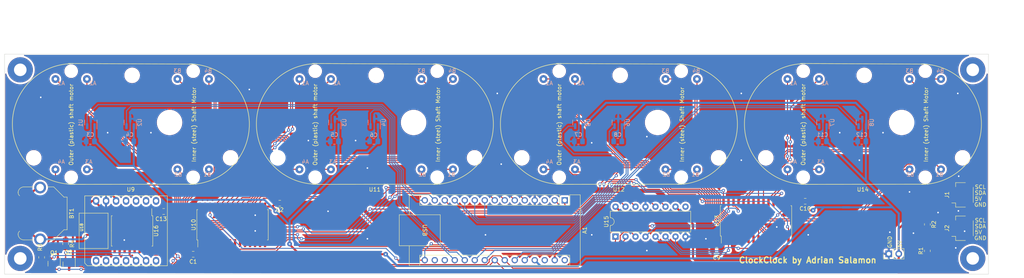
<source format=kicad_pcb>
(kicad_pcb (version 20221018) (generator pcbnew)
  (layers (0 "F.Cu" signal) (31 "B.Cu" signal) (34 "B.Paste" user) (35 "F.Paste" user) (36 "B.SilkS" user "B.Silkscreen") (37 "F.SilkS" user "F.Silkscreen") (38 "B.Mask" user) (39 "F.Mask" user) (44 "Edge.Cuts" user))
  (net 0 "")
  (net 1 "SRCLK")
  (net 2 "RCLK")
  (net 4 "GND")
  (net 5 "M0_STEP")
  (net 6 "M1_STEP")
  (net 7 "M2_STEP")
  (net 8 "M3_STEP")
  (net 9 "M4_STEP")
  (net 10 "M5_STEP")
  (net 11 "M6_STEP")
  (net 12 "M7_STEP")
  (net 13 "SER")
  (net 14 "MAG_M0")
  (net 15 "MAG_M1")
  (net 16 "DRV_RESET")
  (net 19 "MAG_M2")
  (net 20 "MAG_M3")
  (net 21 "MAG_M4")
  (net 22 "MAG_M5")
  (net 23 "SDA")
  (net 24 "SCL")
  (net 25 "MAG_M6")
  (net 26 "MAG_M7")
  (net 28 "VDD")
  (net 29 "M0_A4")
  (net 30 "M0_A3")
  (net 31 "M1_B2")
  (net 32 "M1_B1")
  (net 33 "M1_B4")
  (net 34 "M1_B3")
  (net 35 "M0_A2")
  (net 36 "M0_A1")
  (net 37 "M2_DIR")
  (net 38 "M3_DIR")
  (net 39 "M1_DIR")
  (net 40 "M3_A3")
  (net 41 "M3_A4")
  (net 42 "M3_A2")
  (net 43 "M3_A1")
  (net 44 "M2_B1")
  (net 45 "M2_B2")
  (net 46 "M2_B4")
  (net 47 "M2_B3")
  (net 48 "M0_DIR")
  (net 49 "M4_A4")
  (net 50 "M4_A3")
  (net 51 "M5_B2")
  (net 52 "M5_B1")
  (net 53 "M5_B4")
  (net 54 "M5_B3")
  (net 55 "M4_A2")
  (net 56 "M4_A1")
  (net 57 "M6_DIR")
  (net 58 "M7_DIR")
  (net 59 "M5_DIR")
  (net 60 "M7_A3")
  (net 61 "M7_A4")
  (net 62 "M7_A2")
  (net 63 "M7_A1")
  (net 64 "M6_B1")
  (net 65 "M6_B2")
  (net 66 "M6_B4")
  (net 67 "M6_B3")
  (net 68 "M4_DIR")
  (net 70 "+BATT")
  (net 75 "+3.3V")
  (net 76 "SDA_3V")
  (net 77 "SCL_3V")
  (footprint "MountingHole:MountingHole_3.2mm_M3_Pad" (layer "F.Cu") (at 268.065 73.175)
    (fp_text reference "H3" hide)
    (fp_text value "MountingHole")
  )
  (footprint "MountingHole:MountingHole_3.2mm_M3_Pad" (layer "F.Cu") (at 268.065 121.175)
    (fp_text reference "H4" hide)
    (fp_text value "MountingHole")
  )
  (footprint "Capacitor_SMD:C_0805_2012Metric_Pad1.18x1.45mm_HandSolder" (layer "F.Cu") (at 225.5 106.62 180)
    (fp_text reference "C10")
    (fp_text value "100nF")
  )
  (footprint "Package_SO:SOIC-28W_7.5x17.9mm_P1.27mm" (layer "F.Cu") (at 213 111.62 90)
    (fp_text reference "U13")
    (fp_text value "MS_X12.017")
  )
  (footprint "Package_DIP:DIP-16_W7.62mm" (layer "F.Cu") (at 177.3 115.62 90)
    (fp_text reference "U15")
    (fp_text value "74AHC595")
  )
  (footprint "Connector_PinHeader_2.54mm:PinHeader_1x02_P2.54mm_Vertical" (layer "F.Cu") (at 246.725 120 90)
    (fp_text reference "J3" hide)
    (fp_text value "Conn_01x02")
  )
  (footprint "Adrian_library:VID28-XX_DownMount" (layer "F.Cu") (at 71 101.815 180)
    (fp_text reference "U9")
    (fp_text value "VID28-XX")
  )
  (footprint "Resistor_SMD:R_0805_2012Metric_Pad1.20x1.40mm_HandSolder" (layer "F.Cu") (at 256.54 112.522 -90)
    (fp_text reference "R2")
    (fp_text value "10K")
  )
  (footprint "Capacitor_SMD:C_0805_2012Metric_Pad1.18x1.45mm_HandSolder" (layer "F.Cu") (at 70 120.12)
    (fp_text reference "C1")
    (fp_text value "100nF")
  )
  (footprint "Connector_JST:JST_SH_SM04B-SRSS-TB_1x04-1MP_P1.00mm_Horizontal" (layer "F.Cu") (at 265.5 113.5 90)
    (fp_text reference "J2")
    (fp_text value "Conn_01x04")
  )
  (footprint "Module:Arduino_Nano" (layer "F.Cu") (at 164.4 106.38 -90)
    (fp_text reference "A1")
    (fp_text value "Arduino_Nano_Every")
  )
  (footprint "Package_SO:SOIC-16W_7.5x10.3mm_P1.27mm" (layer "F.Cu") (at 54.483 114.173 -90)
    (fp_text reference "U16")
    (fp_text value "DS3231")
  )
  (footprint "Capacitor_SMD:C_0805_2012Metric_Pad1.18x1.45mm_HandSolder" (layer "F.Cu") (at 92 107.12 180)
    (fp_text reference "C2")
    (fp_text value "100nF")
  )
  (footprint "Capacitor_SMD:C_0805_2012Metric_Pad1.18x1.45mm_HandSolder" (layer "F.Cu") (at 203 119.12)
    (fp_text reference "C9")
    (fp_text value "100nF")
  )
  (footprint "Adrian_library:VID28-XX_DownMount" (layer "F.Cu") (at 133 101.815 180)
    (fp_text reference "U11")
    (fp_text value "VID28-XX")
  )
  (footprint "MountingHole:MountingHole_3.2mm_M3_Pad" (layer "F.Cu") (at 26.065 121.175)
    (fp_text reference "H2" hide)
    (fp_text value "MountingHole")
  )
  (footprint "Resistor_SMD:R_0805_2012Metric_Pad1.20x1.40mm_HandSolder" (layer "F.Cu") (at 37.592 117.475 -90)
    (fp_text reference "R4")
    (fp_text value "10K")
  )
  (footprint "Battery:BatteryHolder_Keystone_3001_1x12mm" (layer "F.Cu") (at 31.115 109.724 -90)
    (fp_text reference "BT1")
    (fp_text value "1220")
  )
  (footprint "Resistor_SMD:R_0805_2012Metric_Pad1.20x1.40mm_HandSolder" (layer "F.Cu") (at 256.54 119.253 90)
    (fp_text reference "R1")
    (fp_text value "10K")
  )
  (footprint "Adrian_library:VID28-XX_DownMount" (layer "F.Cu") (at 257 101.815 180)
    (fp_text reference "U14")
    (fp_text value "VID28-XX")
  )
  (footprint "MountingHole:MountingHole_3.2mm_M3_Pad" (layer "F.Cu") (at 26.065 73.175)
    (fp_text reference "H1" hide)
    (fp_text value "MountingHole")
  )
  (footprint "Package_TO_SOT_SMD:SOT-23" (layer "F.Cu") (at 38.481 122.682 -90)
    (fp_text reference "Q2")
    (fp_text value "BSS138")
  )
  (footprint "Adrian_library:VID28-XX_DownMount" (layer "F.Cu") (at 195 101.815 180)
    (fp_text reference "U12")
    (fp_text value "VID28-XX")
  )
  (footprint "Capacitor_SMD:C_0805_2012Metric_Pad1.18x1.45mm_HandSolder" (layer "F.Cu") (at 62.5055 109.22 180)
    (fp_text reference "C13")
    (fp_text value "10uF")
  )
  (footprint "Connector_JST:JST_SH_SM04B-SRSS-TB_1x04-1MP_P1.00mm_Horizontal" (layer "F.Cu") (at 265.5 105 90)
    (fp_text reference "J1")
    (fp_text value "Conn_01x04")
  )
  (footprint "Resistor_SMD:R_0805_2012Metric_Pad1.20x1.40mm_HandSolder" (layer "F.Cu") (at 31.496 120.904 -90)
    (fp_text reference "R3")
    (fp_text value "10K")
  )
  (footprint "Package_SO:SOIC-28W_7.5x17.9mm_P1.27mm" (layer "F.Cu") (at 80 112.62 90)
    (fp_text reference "U10")
    (fp_text value "MS_X12.017")
  )
  (footprint "Package_TO_SOT_SMD:SOT-23" (layer "F.Cu") (at 34.671 122.5065 -90)
    (fp_text reference "Q1")
    (fp_text value "BSS138")
  )
  (footprint "seeduino:seeduino-MOUDLE14P-THT" (layer "F.Cu") (at 63.44325 123.043 90)
    (fp_text reference "U18")
    (fp_text value "MOUDLE-SEEEDUINO-XIAO-ESP32C3")
  )
  (footprint "Capacitor_SMD:C_0805_2012Metric_Pad1.18x1.45mm_HandSolder" (layer "B.Cu") (at 167.865 91.375 180)
    (fp_text reference "C7")
    (fp_text value "100nF")
  )
  (footprint "Adrian_library:AH3572-SOT-23" (layer "B.Cu") (at 54 86.575 90)
    (fp_text reference "U2")
    (fp_text value "AH3572")
  )
  (footprint "Adrian_library:AH3572-SOT-23" (layer "B.Cu") (at 178 86.575 90)
    (fp_text reference "U6")
    (fp_text value "AH3572")
  )
  (footprint "Capacitor_SMD:C_0805_2012Metric_Pad1.18x1.45mm_HandSolder" (layer "B.Cu") (at 43.865 91.375 180)
    (fp_text reference "C3")
    (fp_text value "100nF")
  )
  (footprint "Capacitor_SMD:C_0805_2012Metric_Pad1.18x1.45mm_HandSolder" (layer "B.Cu") (at 105.865 91.375 180)
    (fp_text reference "C5")
    (fp_text value "100nF")
  )
  (footprint "Adrian_library:AH3572-SOT-23" (layer "B.Cu") (at 106 86.575 90)
    (fp_text reference "U3")
    (fp_text value "AH3572")
  )
  (footprint "Adrian_library:AH3572-SOT-23" (layer "B.Cu") (at 230 86.575 90)
    (fp_text reference "U7")
    (fp_text value "AH3572")
  )
  (footprint "Adrian_library:AH3572-SOT-23" (layer "B.Cu") (at 240 86.575 90)
    (fp_text reference "U8")
    (fp_text value "AH3572")
  )
  (footprint "Capacitor_SMD:C_0805_2012Metric_Pad1.18x1.45mm_HandSolder" (layer "B.Cu") (at 53.865 91.375 180)
    (fp_text reference "C4")
    (fp_text value "100nF")
  )
  (footprint "Capacitor_SMD:C_0805_2012Metric_Pad1.18x1.45mm_HandSolder" (layer "B.Cu") (at 177.865 91.375 180)
    (fp_text reference "C8")
    (fp_text value "100nF")
  )
  (footprint "Capacitor_SMD:C_0805_2012Metric_Pad1.18x1.45mm_HandSolder" (layer "B.Cu") (at 115.865 91.375 180)
    (fp_text reference "C6")
    (fp_text value "100nF")
  )
  (footprint "Adrian_library:AH3572-SOT-23" (layer "B.Cu") (at 116 86.575 90)
    (fp_text reference "U4")
    (fp_text value "AH3572")
  )
  (footprint "Capacitor_SMD:C_0805_2012Metric_Pad1.18x1.45mm_HandSolder" (layer "B.Cu") (at 229.865 91.375 180)
    (fp_text reference "C11")
    (fp_text value "100nF")
  )
  (footprint "Adrian_library:AH3572-SOT-23" (layer "B.Cu") (at 168 86.575 90)
    (fp_text reference "U5")
    (fp_text value "AH3572")
  )
  (footprint "Capacitor_SMD:C_0805_2012Metric_Pad1.18x1.45mm_HandSolder" (layer "B.Cu") (at 239.865 91.375 180)
    (fp_text reference "C12")
    (fp_text value "100nF")
  )
  (footprint "Adrian_library:AH3572-SOT-23" (layer "B.Cu") (at 44 86.575 90)
    (fp_text reference "U1")
    (fp_text value "AH3572")
  )
  (gr_rect (start 22.065 69.175) (end 272.065 125.175) (stroke (width 0.1)) (fill none) (layer "Edge.Cuts"))
  (gr_text "ClockClock by Adrian Salamon" (at 208.5 122.5) (layer "F.SilkS") (effects (font (size 1.5 1.5) (thickness 0.3) bold) (justify left bottom)))
  (segment (start 164.4 106.38) (end 164.4 107.43) (width 0.25) (layer "F.Cu") (net 1))
  (segment (start 171.5 105.12) (end 168.4 108.22) (width 0.25) (layer "F.Cu") (net 1))
  (segment (start 164.4 107.43) (end 165.19 108.22) (width 0.25) (layer "F.Cu") (net 1))
  (segment (start 168.4 108.22) (end 168 108.22) (width 0.25) (layer "F.Cu") (net 1))
  (segment (start 190 108) (end 187.12 105.12) (width 0.25) (layer "F.Cu") (net 1))
  (segment (start 165.19 108.22) (end 168 108.22) (width 0.25) (layer "F.Cu") (net 1))
  (segment (start 187.12 105.12) (end 171.5 105.12) (width 0.25) (layer "F.Cu") (net 1))
  (segment (start 185.08 105.62) (end 171.863604 105.62) (width 0.25) (layer "F.Cu") (net 2))
  (segment (start 171.863604 105.62) (end 168.813604 108.67) (width 0.25) (layer "F.Cu") (net 2))
  (segment (start 187.46 108) (end 185.08 105.62) (width 0.25) (layer "F.Cu") (net 2))
  (segment (start 164.15 108.67) (end 161.86 106.38) (width 0.25) (layer "F.Cu") (net 2))
  (segment (start 168.813604 108.67) (end 164.15 108.67) (width 0.25) (layer "F.Cu") (net 2))
  (segment (start 263.5 115) (end 265.25 115) (width 0.5) (layer "F.Cu") (net 4))
  (segment (start 265.25 115) (end 266 114.25) (width 0.5) (layer "F.Cu") (net 4))
  (via (at 114.265 98.175) (size 0.8) (drill 0.4) (layers "F.Cu" "B.Cu") (net 4))
  (via (at 264.5 100.25) (size 0.8) (drill 0.4) (layers "F.Cu" "B.Cu") (net 4))
  (via (at 52.5 116.5) (size 0.8) (drill 0.4) (layers "F.Cu" "B.Cu") (net 4))
  (via (at 185.265 90.175) (size 0.8) (drill 0.4) (layers "F.Cu" "B.Cu") (net 4))
  (via (at 239.265 96.175) (size 0.8) (drill 0.4) (layers "F.Cu" "B.Cu") (net 4))
  (via (at 264.265 79.175) (size 0.8) (drill 0.4) (layers "F.Cu" "B.Cu") (net 4))
  (via (at 185.265 119.175) (size 0.8) (drill 0.4) (layers "F.Cu" "B.Cu") (net 4))
  (via (at 209.265 96.175) (size 0.8) (drill 0.4) (layers "F.Cu" "B.Cu") (net 4))
  (via (at 148.265 97.175) (size 0.8) (drill 0.4) (layers "F.Cu" "B.Cu") (net 4))
  (via (at 114.265 116.175) (size 0.8) (drill 0.4) (layers "F.Cu" "B.Cu") (net 4))
  (via (at 263.75 118.5) (size 0.8) (drill 0.4) (layers "F.Cu" "B.Cu") (net 4))
  (via (at 144.265 115.175) (size 0.8) (drill 0.4) (layers "F.Cu" "B.Cu") (net 4))
  (via (at 111.265 91.175) (size 0.8) (drill 0.4) (layers "F.Cu" "B.Cu") (net 4))
  (via (at 59.265 89.175) (size 0.8) (drill 0.4) (layers "F.Cu" "B.Cu") (net 4))
  (via (at 209.265 79.175) (size 0.8) (drill 0.4) (layers "F.Cu" "B.Cu") (net 4))
  (via (at 147.265 79.175) (size 0.8) (drill 0.4) (layers "F.Cu" "B.Cu") (net 4))
  (via (at 259.25 109.5) (size 0.8) (drill 0.4) (layers "F.Cu" "B.Cu") (net 4))
  (via (at 234.265 89.175) (size 0.8) (drill 0.4) (layers "F.Cu" "B.Cu") (net 4))
  (via (at 253 114.75) (size 0.8) (drill 0.4) (layers "F.Cu" "B.Cu") (net 4))
  (via (at 252 104.25) (size 0.8) (drill 0.4) (layers "F.Cu" "B.Cu") (net 4))
  (via (at 99.265 91.175) (size 0.8) (drill 0.4) (layers "F.Cu" "B.Cu") (net 4))
  (via (at 84.265 78.175) (size 0.8) (drill 0.4) (layers "F.Cu" "B.Cu") (net 4))
  (via (at 31.265 80.175) (size 0.8) (drill 0.4) (layers "F.Cu" "B.Cu") (net 4))
  (via (at 245.265 89.175) (size 0.8) (drill 0.4) (layers "F.Cu" "B.Cu") (net 4))
  (via (at 226.265 115.175) (size 0.8) (drill 0.4) (layers "F.Cu" "B.Cu") (net 4))
  (via (at 171.25 91.75) (size 0.8) (drill 0.4) (layers "F.Cu" "B.Cu") (net 4))
  (via (at 85.765 114.175) (size 0.8) (drill 0.4) (layers "F.Cu" "B.Cu") (net 4))
  (via (at 48.265 89.175) (size 0.8) (drill 0.4) (layers "F.Cu" "B.Cu") (net 4))
  (via (at 104.265 109.175) (size 0.8) (drill 0.4) (layers "F.Cu" "B.Cu") (net 4))
  (via (at 264.420142 109.079858) (size 1.2) (drill 0.4) (layers "F.Cu" "B.Cu") (net 4))
  (via (at 85.765 110.175) (size 0.8) (drill 0.4) (layers "F.Cu" "B.Cu") (net 4))
  (via (at 171.265 115.175) (size 0.8) (drill 0.4) (layers "F.Cu" "B.Cu") (net 4))
  (via (at 266 114.25) (size 1.2) (drill 0.4) (layers "F.Cu" "B.Cu") (net 4))
  (via (at 200.265 116.175) (size 0.8) (drill 0.4) (layers "F.Cu" "B.Cu") (net 4))
  (via (at 247 114.5) (size 0.8) (drill 0.4) (layers "F.Cu" "B.Cu") (net 4))
  (via (at 218.265 113.175) (size 0.8) (drill 0.4) (layers "F.Cu" "B.Cu") (net 4))
  (segment (start 264.420142 109.079858) (end 266 110.659716) (width 0.5) (layer "B.Cu") (net 4))
  (segment (start 266 110.659716) (end 266 114.25) (width 0.5) (layer "B.Cu") (net 4))
  (segment (start 71.745 111.365) (end 72.4 112.02) (width 0.25) (layer "F.Cu") (net 5))
  (segment (start 97.7255 113.945) (end 98 113.6705) (width 0.25) (layer "F.Cu") (net 5))
  (segment (start 150.98 103.12) (end 154.24 106.38) (width 0.25) (layer "F.Cu") (net 5))
  (segment (start 88.11 112.02) (end 90.035 113.945) (width 0.25) (layer "F.Cu") (net 5))
  (segment (start 71.745 107.97) (end 71.745 111.365) (width 0.25) (layer "F.Cu") (net 5))
  (segment (start 72.4 112.02) (end 88.11 112.02) (width 0.25) (layer "F.Cu") (net 5))
  (segment (start 90.035 113.945) (end 97.7255 113.945) (width 0.25) (layer "F.Cu") (net 5))
  (segment (start 119 103.12) (end 150.98 103.12) (width 0.25) (layer "F.Cu") (net 5))
  (via (at 98 113.6705) (size 0.8) (drill 0.4) (layers "F.Cu" "B.Cu") (net 5))
  (via (at 119 103.12) (size 0.8) (drill 0.4) (layers "F.Cu" "B.Cu") (net 5))
  (segment (start 109.12 115.5) (end 99.38 115.5) (width 0.25) (layer "B.Cu") (net 5))
  (segment (start 119 103.12) (end 119 105.62) (width 0.25) (layer "B.Cu") (net 5))
  (segment (start 98 114.12) (end 98 113.6705) (width 0.25) (layer "B.Cu") (net 5))
  (segment (start 99.38 115.5) (end 98 114.12) (width 0.25) (layer "B.Cu") (net 5))
  (segment (start 119 105.62) (end 109.12 115.5) (width 0.25) (layer "B.Cu") (net 5))
  (segment (start 117.725305 105.42) (end 87.265 105.42) (width 0.25) (layer "F.Cu") (net 6))
  (segment (start 119.525305 103.62) (end 117.725305 105.42) (width 0.25) (layer "F.Cu") (net 6))
  (segment (start 148.94 103.62) (end 119.525305 103.62) (width 0.25) (layer "F.Cu") (net 6))
  (segment (start 151.7 106.38) (end 148.94 103.62) (width 0.25) (layer "F.Cu") (net 6))
  (segment (start 87.265 105.42) (end 85.715 106.97) (width 0.25) (layer "F.Cu") (net 6))
  (segment (start 90.8 118.82) (end 93.6995 115.9205) (width 0.25) (layer "F.Cu") (net 7))
  (segment (start 74.285 117.696751) (end 75.408249 118.82) (width 0.25) (layer "F.Cu") (net 7))
  (segment (start 146.9 104.12) (end 149.16 106.38) (width 0.25) (layer "F.Cu") (net 7))
  (segment (start 119.987701 105.607701) (end 121.475402 104.12) (width 0.25) (layer "F.Cu") (net 7))
  (segment (start 97.3005 115.9205) (end 97.5 116.12) (width 0.25) (layer "F.Cu") (net 7))
  (segment (start 74.285 117.27) (end 74.285 117.696751) (width 0.25) (layer "F.Cu") (net 7))
  (segment (start 93.6995 115.9205) (end 97.3005 115.9205) (width 0.25) (layer "F.Cu") (net 7))
  (segment (start 121.475402 104.12) (end 146.9 104.12) (width 0.25) (layer "F.Cu") (net 7))
  (segment (start 75.408249 118.82) (end 90.8 118.82) (width 0.25) (layer "F.Cu") (net 7))
  (via (at 119.987701 105.607701) (size 0.8) (drill 0.4) (layers "F.Cu" "B.Cu") (net 7))
  (via (at 97.5 116.12) (size 0.8) (drill 0.4) (layers "F.Cu" "B.Cu") (net 7))
  (segment (start 119.987701 105.632299) (end 109.5 116.12) (width 0.25) (layer "B.Cu") (net 7))
  (segment (start 119.987701 105.607701) (end 119.987701 105.632299) (width 0.25) (layer "B.Cu") (net 7))
  (segment (start 109.5 116.12) (end 97.5 116.12) (width 0.25) (layer "B.Cu") (net 7))
  (segment (start 144.86 104.62) (end 146.62 106.38) (width 0.25) (layer "F.Cu") (net 8))
  (segment (start 122.024598 104.62) (end 144.86 104.62) (width 0.25) (layer "F.Cu") (net 8))
  (segment (start 121.262299 105.382299) (end 122.024598 104.62) (width 0.25) (layer "F.Cu") (net 8))
  (segment (start 90.405 115.12) (end 96.5 115.12) (width 0.25) (layer "F.Cu") (net 8))
  (segment (start 88.255 117.27) (end 90.405 115.12) (width 0.25) (layer "F.Cu") (net 8))
  (via (at 96.5 115.12) (size 0.8) (drill 0.4) (layers "F.Cu" "B.Cu") (net 8))
  (via (at 121.262299 105.382299) (size 0.8) (drill 0.4) (layers "F.Cu" "B.Cu") (net 8))
  (segment (start 120.475 106.170305) (end 109.800305 116.845) (width 0.25) (layer "B.Cu") (net 8))
  (segment (start 121.237701 105.382299) (end 120.475 106.145) (width 0.25) (layer "B.Cu") (net 8))
  (segment (start 97.199695 116.845) (end 96.5 116.145305) (width 0.25) (layer "B.Cu") (net 8))
  (segment (start 109.800305 116.845) (end 97.199695 116.845) (width 0.25) (layer "B.Cu") (net 8))
  (segment (start 120.475 106.145) (end 120.475 106.170305) (width 0.25) (layer "B.Cu") (net 8))
  (segment (start 96.5 116.145305) (end 96.5 115.12) (width 0.25) (layer "B.Cu") (net 8))
  (segment (start 121.262299 105.382299) (end 121.237701 105.382299) (width 0.25) (layer "B.Cu") (net 8))
  (segment (start 204.745 106.97) (end 204.7245 106.9495) (width 0.25) (layer "F.Cu") (net 9))
  (segment (start 204.7245 106.9495) (end 204.7245 103.8955) (width 0.25) (layer "F.Cu") (net 9))
  (segment (start 174.474695 101.12) (end 182.5 101.12) (width 0.25) (layer "F.Cu") (net 9))
  (segment (start 173.342348 102.252348) (end 174.474695 101.12) (width 0.25) (layer "F.Cu") (net 9))
  (via (at 204.7245 103.8955) (size 0.8) (drill 0.4) (layers "F.Cu" "B.Cu") (net 9))
  (via (at 173.342348 102.252348) (size 0.8) (drill 0.4) (layers "F.Cu" "B.Cu") (net 9))
  (via (at 182.5 101.12) (size 0.8) (drill 0.4) (layers "F.Cu" "B.Cu") (net 9))
  (segment (start 144.08 110.2) (end 144.08 106.38) (width 0.25) (layer "B.Cu") (net 9))
  (segment (start 173.342348 102.252348) (end 173.342348 103.82288) (width 0.25) (layer "B.Cu") (net 9))
  (segment (start 166.495228 110.67) (end 144.55 110.67) (width 0.25) (layer "B.Cu") (net 9))
  (segment (start 173.342348 103.82288) (end 166.495228 110.67) (width 0.25) (layer "B.Cu") (net 9))
  (segment (start 185.2755 103.8955) (end 182.5 101.12) (width 0.25) (layer "B.Cu") (net 9))
  (segment (start 144.55 110.67) (end 144.08 110.2) (width 0.25) (layer "B.Cu") (net 9))
  (segment (start 204.7245 103.8955) (end 185.2755 103.8955) (width 0.25) (layer "B.Cu") (net 9))
  (segment (start 174.355 102.265) (end 175.05 101.57) (width 0.25) (layer "F.Cu") (net 10))
  (segment (start 218.715 106.97) (end 218.715 105.405) (width 0.25) (layer "F.Cu") (net 10))
  (segment (start 181.45 101.57) (end 182 102.12) (width 0.25) (layer "F.Cu") (net 10))
  (segment (start 218.715 105.405) (end 219.5 104.62) (width 0.25) (layer "F.Cu") (net 10))
  (segment (start 175.05 101.57) (end 181.45 101.57) (width 0.25) (layer "F.Cu") (net 10))
  (via (at 219.5 104.62) (size 0.8) (drill 0.4) (layers "F.Cu" "B.Cu") (net 10))
  (via (at 182 102.12) (size 0.8) (drill 0.4) (layers "F.Cu" "B.Cu") (net 10))
  (via (at 174.355 102.265) (size 0.8) (drill 0.4) (layers "F.Cu" "B.Cu") (net 10))
  (segment (start 166.681624 111.12) (end 142.5 111.12) (width 0.25) (layer "B.Cu") (net 10))
  (segment (start 204.149195 104.3455) (end 185.089104 104.3455) (width 0.25) (layer "B.Cu") (net 10))
  (segment (start 204.424195 104.6205) (end 204.149195 104.3455) (width 0.25) (layer "B.Cu") (net 10))
  (segment (start 142.5 111.12) (end 141.54 110.16) (width 0.25) (layer "B.Cu") (net 10))
  (segment (start 219.5 104.62) (end 219.4995 104.6205) (width 0.25) (layer "B.Cu") (net 10))
  (segment (start 174.355 103.446624) (end 166.681624 111.12) (width 0.25) (layer "B.Cu") (net 10))
  (segment (start 182.863604 102.12) (end 182 102.12) (width 0.25) (layer "B.Cu") (net 10))
  (segment (start 185.089104 104.3455) (end 182.863604 102.12) (width 0.25) (layer "B.Cu") (net 10))
  (segment (start 219.4995 104.6205) (end 204.424195 104.6205) (width 0.25) (layer "B.Cu") (net 10))
  (segment (start 141.54 110.16) (end 141.54 106.38) (width 0.25) (layer "B.Cu") (net 10))
  (segment (start 174.355 102.265) (end 174.355 103.446624) (width 0.25) (layer "B.Cu") (net 10))
  (segment (start 207.285 114.892347) (end 207.285 116.27) (width 0.25) (layer "F.Cu") (net 11))
  (segment (start 184.673604 98.075) (end 191.068604 104.47) (width 0.25) (layer "F.Cu") (net 11))
  (segment (start 200.15 109.361168) (end 204.908832 114.12) (width 0.25) (layer "F.Cu") (net 11))
  (segment (start 191.068604 104.47) (end 198.213604 104.47) (width 0.25) (layer "F.Cu") (net 11))
  (segment (start 177.5 100.12) (end 177.5 99.62) (width 0.25) (layer "F.Cu") (net 11))
  (segment (start 206.512653 114.12) (end 207.285 114.892347) (width 0.25) (layer "F.Cu") (net 11))
  (segment (start 198.213604 104.47) (end 200.15 106.406396) (width 0.25) (layer "F.Cu") (net 11))
  (segment (start 200.15 106.406396) (end 200.15 109.361168) (width 0.25) (layer "F.Cu") (net 11))
  (segment (start 204.908832 114.12) (end 206.512653 114.12) (width 0.25) (layer "F.Cu") (net 11))
  (segment (start 179.045 98.075) (end 184.673604 98.075) (width 0.25) (layer "F.Cu") (net 11))
  (segment (start 177.5 99.62) (end 179.045 98.075) (width 0.25) (layer "F.Cu") (net 11))
  (via (at 177.5 100.12) (size 0.8) (drill 0.4) (layers "F.Cu" "B.Cu") (net 11))
  (segment (start 139 108.283604) (end 139 106.38) (width 0.25) (layer "B.Cu") (net 11))
  (segment (start 177.5 100.12) (end 175.5 102.12) (width 0.25) (layer "B.Cu") (net 11))
  (segment (start 175.5 102.12) (end 175.5 102.93802) (width 0.25) (layer "B.Cu") (net 11))
  (segment (start 175.5 102.93802) (end 166.81802 111.62) (width 0.25) (layer "B.Cu") (net 11))
  (segment (start 142.336396 111.62) (end 139 108.283604) (width 0.25) (layer "B.Cu") (net 11))
  (segment (start 166.81802 111.62) (end 142.336396 111.62) (width 0.25) (layer "B.Cu") (net 11))
  (segment (start 180.935 102.845) (end 188.807208 102.845) (width 0.25) (layer "F.Cu") (net 12))
  (segment (start 197.639006 104.92) (end 199.382253 106.663247) (width 0.25) (layer "F.Cu") (net 12))
  (segment (start 221.255 113.375) (end 221.255 116.27) (width 0.25) (layer "F.Cu") (net 12))
  (segment (start 176.624598 102.02) (end 180.11 102.02) (width 0.25) (layer "F.Cu") (net 12))
  (segment (start 190.882208 104.92) (end 197.639006 104.92) (width 0.25) (layer "F.Cu") (net 12))
  (segment (start 176.307549 102.337049) (end 176.624598 102.02) (width 0.25) (layer "F.Cu") (net 12))
  (segment (start 188.807208 102.845) (end 190.882208 104.92) (width 0.25) (layer "F.Cu") (net 12))
  (segment (start 221 113.12) (end 221.255 113.375) (width 0.25) (layer "F.Cu") (net 12))
  (segment (start 180.11 102.02) (end 180.935 102.845) (width 0.25) (layer "F.Cu") (net 12))
  (via (at 221 113.12) (size 0.8) (drill 0.4) (layers "F.Cu" "B.Cu") (net 12))
  (via (at 199.382253 106.663247) (size 0.8) (drill 0.4) (layers "F.Cu" "B.Cu") (net 12))
  (via (at 176.307549 102.337049) (size 0.8) (drill 0.4) (layers "F.Cu" "B.Cu") (net 12))
  (segment (start 176.307549 102.337049) (end 176.307549 102.766867) (width 0.25) (layer "B.Cu") (net 12))
  (segment (start 142.2 112.12) (end 136.46 106.38) (width 0.25) (layer "B.Cu") (net 12))
  (segment (start 216.068552 106.663247) (end 199.382253 106.663247) (width 0.25) (layer "B.Cu") (net 12))
  (segment (start 166.954416 112.12) (end 142.2 112.12) (width 0.25) (layer "B.Cu") (net 12))
  (segment (start 176.307549 102.766867) (end 166.954416 112.12) (width 0.25) (layer "B.Cu") (net 12))
  (segment (start 221 111.594695) (end 216.068552 106.663247) (width 0.25) (layer "B.Cu") (net 12))
  (segment (start 221 113.12) (end 221 111.594695) (width 0.25) (layer "B.Cu") (net 12))
  (segment (start 180.5 106.12) (end 172 106.12) (width 0.25) (layer "F.Cu") (net 13))
  (segment (start 182.38 108) (end 180.5 106.12) (width 0.25) (layer "F.Cu") (net 13))
  (segment (start 169 109.12) (end 136.66 109.12) (width 0.25) (layer "F.Cu") (net 13))
  (segment (start 172 106.12) (end 169 109.12) (width 0.25) (layer "F.Cu") (net 13))
  (segment (start 136.66 109.12) (end 133.92 106.38) (width 0.25) (layer "F.Cu") (net 13))
  (segment (start 121.215 96.415812) (end 121.215 85.215812) (width 0.25) (layer "B.Cu") (net 14))
  (segment (start 45.83 82.02) (end 43.05 84.8) (width 0.25) (layer "B.Cu") (net 14))
  (segment (start 123.4 98.600812) (end 121.215 96.415812) (width 0.25) (layer "B.Cu") (net 14))
  (segment (start 121.215 85.215812) (end 118.019188 82.02) (width 0.25) (layer "B.Cu") (net 14))
  (segment (start 123.4 102.188604) (end 123.4 98.600812) (width 0.25) (layer "B.Cu") (net 14))
  (segment (start 131.38 106.38) (end 129.914302 104.914302) (width 0.25) (layer "B.Cu") (net 14))
  (segment (start 129.914302 104.914302) (end 126.125698 104.914302) (width 0.25) (layer "B.Cu") (net 14))
  (segment (start 43.05 84.8) (end 43.05 87.5125) (width 0.25) (layer "B.Cu") (net 14))
  (segment (start 126.125698 104.914302) (end 123.4 102.188604) (width 0.25) (layer "B.Cu") (net 14))
  (segment (start 118.019188 82.02) (end 45.83 82.02) (width 0.25) (layer "B.Cu") (net 14))
  (segment (start 53.05 87.5125) (end 53.05 83.59) (width 0.25) (layer "B.Cu") (net 15))
  (segment (start 120.765 85.402208) (end 120.765 96.602208) (width 0.25) (layer "B.Cu") (net 15))
  (segment (start 122.95 102.375) (end 126.955 106.38) (width 0.25) (layer "B.Cu") (net 15))
  (segment (start 53.05 83.59) (end 54.17 82.47) (width 0.25) (layer "B.Cu") (net 15))
  (segment (start 126.955 106.38) (end 128.84 106.38) (width 0.25) (layer "B.Cu") (net 15))
  (segment (start 120.765 96.602208) (end 122.95 98.787208) (width 0.25) (layer "B.Cu") (net 15))
  (segment (start 117.832792 82.47) (end 120.765 85.402208) (width 0.25) (layer "B.Cu") (net 15))
  (segment (start 54.17 82.47) (end 117.832792 82.47) (width 0.25) (layer "B.Cu") (net 15))
  (segment (start 122.95 98.787208) (end 122.95 102.375) (width 0.25) (layer "B.Cu") (net 15))
  (segment (start 172.95 117.72) (end 130.7745 117.72) (width 0.25) (layer "F.Cu") (net 16))
  (segment (start 74.285 110.12) (end 74.285 107.97) (width 0.25) (layer "F.Cu") (net 16))
  (segment (start 184.712701 114.045) (end 176.625 114.045) (width 0.25) (layer "F.Cu") (net 16))
  (segment (start 186.614989 112.900412) (end 185.857289 112.900412) (width 0.25) (layer "F.Cu") (net 16))
  (segment (start 207.285 106.97) (end 207.285 107.405) (width 0.25) (layer "F.Cu") (net 16))
  (segment (start 185.857289 112.900412) (end 184.712701 114.045) (width 0.25) (layer "F.Cu") (net 16))
  (segment (start 207.285 107.405) (end 208.5 108.62) (width 0.25) (layer "F.Cu") (net 16))
  (segment (start 122 121.62) (end 121.5 121.12) (width 0.25) (layer "F.Cu") (net 16))
  (segment (start 176.625 114.045) (end 172.95 117.72) (width 0.25) (layer "F.Cu") (net 16))
  (segment (start 128.84 121.62) (end 122 121.62) (width 0.25) (layer "F.Cu") (net 16))
  (segment (start 208.5 108.62) (end 208.5 109.12) (width 0.25) (layer "F.Cu") (net 16))
  (segment (start 130.7745 117.72) (end 130.5 117.4455) (width 0.25) (layer "F.Cu") (net 16))
  (via (at 208.5 109.12) (size 0.8) (drill 0.4) (layers "F.Cu" "B.Cu") (net 16))
  (via (at 121.5 121.12) (size 0.8) (drill 0.4) (layers "F.Cu" "B.Cu") (net 16))
  (via (at 130.5 117.4455) (size 0.8) (drill 0.4) (layers "F.Cu" "B.Cu") (net 16))
  (via (at 74.285 110.12) (size 0.8) (drill 0.4) (layers "F.Cu" "B.Cu") (net 16))
  (via (at 186.614989 112.900412) (size 0.8) (drill 0.4) (layers "F.Cu" "B.Cu") (net 16))
  (segment (start 205.711994 108.382701) (end 207.762701 108.382701) (width 0.25) (layer "B.Cu") (net 16))
  (segment (start 130.5 117.4455) (end 128.84 119.1055) (width 0.25) (layer "B.Cu") (net 16))
  (segment (start 74.285 110.405) (end 82.5 118.62) (width 0.25) (layer "B.Cu") (net 16))
  (segment (start 186.845401 112.67) (end 201.813604 112.67) (width 0.25) (layer "B.Cu") (net 16))
  (segment (start 205.287299 109.196305) (end 205.287299 108.807396) (width 0.25) (layer "B.Cu") (net 16))
  (segment (start 119 118.62) (end 121.5 121.12) (width 0.25) (layer "B.Cu") (net 16))
  (segment (start 205.287299 108.807396) (end 205.711994 108.382701) (width 0.25) (layer "B.Cu") (net 16))
  (segment (start 207.762701 108.382701) (end 208.5 109.12) (width 0.25) (layer "B.Cu") (net 16))
  (segment (start 82.5 118.62) (end 119 118.62) (width 0.25) (layer "B.Cu") (net 16))
  (segment (start 186.614989 112.900412) (end 186.845401 112.67) (width 0.25) (layer "B.Cu") (net 16))
  (segment (start 128.84 119.1055) (end 128.84 121.62) (width 0.25) (layer "B.Cu") (net 16))
  (segment (start 74.285 110.12) (end 74.285 110.405) (width 0.25) (layer "B.Cu") (net 16))
  (segment (start 201.813604 112.67) (end 205.287299 109.196305) (width 0.25) (layer "B.Cu") (net 16))
  (segment (start 120.315 85.588604) (end 117.646396 82.92) (width 0.25) (layer "B.Cu") (net 19))
  (segment (start 136.951802 119.571802) (end 135.048198 119.571802) (width 0.25) (layer "B.Cu") (net 19))
  (segment (start 122.5 107.023604) (end 122.5 98.973604) (width 0.25) (layer "B.Cu") (net 19))
  (segment (start 106.92 82.92) (end 105.05 84.79) (width 0.25) (layer "B.Cu") (net 19))
  (segment (start 135.048198 119.571802) (end 122.5 107.023604) (width 0.25) (layer "B.Cu") (net 19))
  (segment (start 117.646396 82.92) (end 106.92 82.92) (width 0.25) (layer "B.Cu") (net 19))
  (segment (start 120.315 96.788604) (end 120.315 85.588604) (width 0.25) (layer "B.Cu") (net 19))
  (segment (start 105.05 84.79) (end 105.05 87.5125) (width 0.25) (layer "B.Cu") (net 19))
  (segment (start 122.5 98.973604) (end 120.315 96.788604) (width 0.25) (layer "B.Cu") (net 19))
  (segment (start 139 121.62) (end 136.951802 119.571802) (width 0.25) (layer "B.Cu") (net 19))
  (segment (start 119.865 85.775) (end 119.865 96.975) (width 0.25) (layer "B.Cu") (net 20))
  (segment (start 115.05 87.5125) (end 115.05 84.2) (width 0.25) (layer "B.Cu") (net 20))
  (segment (start 117.46 83.37) (end 119.865 85.775) (width 0.25) (layer "B.Cu") (net 20))
  (segment (start 119.865 96.975) (end 122 99.11) (width 0.25) (layer "B.Cu") (net 20))
  (segment (start 122 99.11) (end 122 107.16) (width 0.25) (layer "B.Cu") (net 20))
  (segment (start 115.05 84.2) (end 115.88 83.37) (width 0.25) (layer "B.Cu") (net 20))
  (segment (start 115.88 83.37) (end 117.46 83.37) (width 0.25) (layer "B.Cu") (net 20))
  (segment (start 122 107.16) (end 136.46 121.62) (width 0.25) (layer "B.Cu") (net 20))
  (segment (start 144.51 118.65) (end 161.060812 118.65) (width 0.25) (layer "B.Cu") (net 21))
  (segment (start 163.665 89.175) (end 165.3275 87.5125) (width 0.25) (layer "B.Cu") (net 21))
  (segment (start 177.428604 94.575) (end 166.665 94.575) (width 0.25) (layer "B.Cu") (net 21))
  (segment (start 163.665 91.575) (end 163.665 89.175) (width 0.25) (layer "B.Cu") (net 21))
  (segment (start 180.015 99.695812) (end 180.015 97.161396) (width 0.25) (layer "B.Cu") (net 21))
  (segment (start 165.3275 87.5125) (end 167.05 87.5125) (width 0.25) (layer "B.Cu") (net 21))
  (segment (start 166.665 94.575) (end 163.665 91.575) (width 0.25) (layer "B.Cu") (net 21))
  (segment (start 161.060812 118.65) (end 180.015 99.695812) (width 0.25) (layer "B.Cu") (net 21))
  (segment (start 180.015 97.161396) (end 177.428604 94.575) (width 0.25) (layer "B.Cu") (net 21))
  (segment (start 141.54 121.62) (end 144.51 118.65) (width 0.25) (layer "B.Cu") (net 21))
  (segment (start 177.05 87.5125) (end 175.715 88.8475) (width 0.25) (layer "B.Cu") (net 22))
  (segment (start 180.465 96.975) (end 180.465 99.882208) (width 0.25) (layer "B.Cu") (net 22))
  (segment (start 161.247208 119.1) (end 146.6 119.1) (width 0.25) (layer "B.Cu") (net 22))
  (segment (start 146.6 119.1) (end 144.08 121.62) (width 0.25) (layer "B.Cu") (net 22))
  (segment (start 175.715 88.8475) (end 175.715 92.225) (width 0.25) (layer "B.Cu") (net 22))
  (segment (start 175.715 92.225) (end 180.465 96.975) (width 0.25) (layer "B.Cu") (net 22))
  (segment (start 180.465 99.882208) (end 161.247208 119.1) (width 0.25) (layer "B.Cu") (net 22))
  (segment (start 65.886 121.82) (end 67.183 121.82) (width 0.25) (layer "F.Cu") (net 23))
  (segment (start 256.5 116.5) (end 258.125 114.875) (width 0.25) (layer "F.Cu") (net 23))
  (segment (start 256.5 118.25) (end 256.5 116.5) (width 0.25) (layer "F.Cu") (net 23))
  (segment (start 145.045 123.195) (end 146.62 121.62) (width 0.25) (layer "F.Cu") (net 23))
  (segment (start 67.183 121.82) (end 117.106398 121.82) (width 0.25) (layer "F.Cu") (net 23))
  (segment (start 57.658 119.249751) (end 58.746249 120.338) (width 0.25) (layer "F.Cu") (net 23))
  (segment (start 35.179 123.952) (end 34.671 123.444) (width 0.25) (layer "F.Cu") (net 23))
  (segment (start 261.7 105.570406) (end 262.770406 104.5) (width 0.25) (layer "F.Cu") (net 23))
  (segment (start 66.067 121.82) (end 67.183 121.82) (width 0.25) (layer "F.Cu") (net 23))
  (segment (start 63.754 123.952) (end 65.886 121.82) (width 0.25) (layer "F.Cu") (net 23))
  (segment (start 260 113) (end 263.5 113) (width 0.25) (layer "F.Cu") (net 23))
  (segment (start 149.12 124.12) (end 248.88 124.12) (width 0.25) (layer "F.Cu") (net 23))
  (segment (start 119.058604 123.195) (end 145.045 123.195) (width 0.25) (layer "F.Cu") (net 23))
  (segment (start 146.62 121.62) (end 149.12 124.12) (width 0.25) (layer "F.Cu") (net 23))
  (segment (start 258.125 114.875) (end 260 113) (width 0.25) (layer "F.Cu") (net 23))
  (segment (start 35.941 123.952) (end 35.179 123.952) (width 0.25) (layer "F.Cu") (net 23))
  (segment (start 264.25 113) (end 264.975 112.275) (width 0.25) (layer "F.Cu") (net 23))
  (segment (start 64.585 120.338) (end 66.067 121.82) (width 0.25) (layer "F.Cu") (net 23))
  (segment (start 263.5 113) (end 264.25 113) (width 0.25) (layer "F.Cu") (net 23))
  (segment (start 117.395001 121.531397) (end 119.058604 123.195) (width 0.25) (layer "F.Cu") (net 23))
  (segment (start 248.88 124.12) (end 258.125 114.875) (width 0.25) (layer "F.Cu") (net 23))
  (segment (start 57.658 118.823) (end 57.658 119.249751) (width 0.25) (layer "F.Cu") (net 23))
  (segment (start 117.106398 121.82) (end 117.395001 121.531397) (width 0.25) (layer "F.Cu") (net 23))
  (segment (start 58.746249 120.338) (end 64.585 120.338) (width 0.25) (layer "F.Cu") (net 23))
  (segment (start 264.975 112.275) (end 264.975 111.225) (width 0.25) (layer "F.Cu") (net 23))
  (segment (start 262.770406 104.5) (end 263.5 104.5) (width 0.25) (layer "F.Cu") (net 23))
  (segment (start 261.7 107.95) (end 261.7 105.570406) (width 0.25) (layer "F.Cu") (net 23))
  (segment (start 264.975 111.225) (end 261.7 107.95) (width 0.25) (layer "F.Cu") (net 23))
  (segment (start 63.754 123.952) (end 41.529 123.952) (width 0.25) (layer "F.Cu") (net 23))
  (via (at 35.941 123.952) (size 0.8) (drill 0.4) (layers "F.Cu" "B.Cu") (net 23))
  (via (at 41.529 123.952) (size 0.8) (drill 0.4) (layers "F.Cu" "B.Cu") (net 23))
  (segment (start 41.529 123.952) (end 35.941 123.952) (width 0.25) (layer "B.Cu") (net 23))
  (segment (start 66.099201 120.582201) (end 66.887 121.37) (width 0.25) (layer "F.Cu") (net 24))
  (segment (start 65.405 119.888) (end 59.69 119.888) (width 0.25) (layer "F.Cu") (net 24))
  (segment (start 149.16 121.62) (end 151.21 123.67) (width 0.25) (layer "F.Cu") (net 24))
  (segment (start 117.395001 120.895001) (end 116.920002 121.37) (width 0.25) (layer "F.Cu") (net 24))
  (segment (start 263.5 103.5) (end 263.053249 103.5) (width 0.25) (layer "F.Cu") (net 24))
  (segment (start 145.205 121.444009) (end 145.205 122.085991) (width 0.25) (layer "F.Cu") (net 24))
  (segment (start 146.154009 120.495) (end 145.205 121.444009) (width 0.25) (layer "F.Cu") (net 24))
  (segment (start 65.405 119.888) (end 66.099201 120.582201) (width 0.25) (layer "F.Cu") (net 24))
  (segment (start 260 112) (end 263.5 112) (width 0.25) (layer "F.Cu") (net 24))
  (segment (start 261.25 105.303249) (end 261.25 108.136396) (width 0.25) (layer "F.Cu") (net 24))
  (segment (start 116.920002 121.37) (end 66.887 121.37) (width 0.25) (layer "F.Cu") (net 24))
  (segment (start 119.245 122.745) (end 117.395001 120.895001) (width 0.25) (layer "F.Cu") (net 24))
  (segment (start 261.25 108.136396) (end 263.5 110.386396) (width 0.25) (layer "F.Cu") (net 24))
  (segment (start 63.567604 123.502) (end 42.104305 123.502) (width 0.25) (layer "F.Cu") (net 24))
  (segment (start 263.053249 103.5) (end 261.25 105.303249) (width 0.25) (layer "F.Cu") (net 24))
  (segment (start 144.545991 122.745) (end 119.245 122.745) (width 0.25) (layer "F.Cu") (net 24))
  (segment (start 59.69 119.888) (end 58.928 119.126) (width 0.25) (layer "F.Cu") (net 24))
  (segment (start 149.16 121.62) (end 148.035 120.495) (width 0.25) (layer "F.Cu") (net 24))
  (segment (start 41.829305 123.227) (end 38.8735 123.227) (width 0.25) (layer "F.Cu") (net 24))
  (segment (start 42.104305 123.502) (end 41.829305 123.227) (width 0.25) (layer "F.Cu") (net 24))
  (segment (start 38.8735 123.227) (end 38.481 123.6195) (width 0.25) (layer "F.Cu") (net 24))
  (segment (start 148.035 120.495) (end 146.154009 120.495) (width 0.25) (layer "F.Cu") (net 24))
  (segment (start 151.21 123.67) (end 248.33 123.67) (width 0.25) (layer "F.Cu") (net 24))
  (segment (start 263.5 110.386396) (end 263.5 112) (width 0.25) (layer "F.Cu") (net 24))
  (segment (start 145.205 122.085991) (end 144.545991 122.745) (width 0.25) (layer "F.Cu") (net 24))
  (segment (start 248.33 123.67) (end 257.75 114.25) (width 0.25) (layer "F.Cu") (net 24))
  (segment (start 257.75 114.25) (end 260 112) (width 0.25) (layer "F.Cu") (net 24))
  (segment (start 256.5 113.75) (end 257 114.25) (width 0.25) (layer "F.Cu") (net 24))
  (segment (start 58.928 119.126) (end 58.928 118.823) (width 0.25) (layer "F.Cu") (net 24))
  (segment (start 64.892701 121.788701) (end 64.892701 122.176903) (width 0.25) (layer "F.Cu") (net 24))
  (segment (start 257 114.25) (end 257.75 114.25) (width 0.25) (layer "F.Cu") (net 24))
  (segment (start 64.892701 122.176903) (end 63.567604 123.502) (width 0.25) (layer "F.Cu") (net 24))
  (via (at 66.099201 120.582201) (size 0.8) (drill 0.4) (layers "F.Cu" "B.Cu") (net 24))
  (via (at 64.892701 121.788701) (size 0.8) (drill 0.4) (layers "F.Cu" "B.Cu") (net 24))
  (segment (start 66.099201 120.582201) (end 64.892701 121.788701) (width 0.25) (layer "B.Cu") (net 24))
  (segment (start 229.05 87.5125) (end 224.3375 82.8) (width 0.25) (layer "B.Cu") (net 25))
  (segment (start 161.62 120) (end 155.86 120) (width 0.25) (layer "B.Cu") (net 25))
  (segment (start 198.82 82.8) (end 161.62 120) (width 0.25) (layer "B.Cu") (net 25))
  (segment (start 155.86 120) (end 154.24 121.62) (width 0.25) (layer "B.Cu") (net 25))
  (segment (start 224.3375 82.8) (end 198.82 82.8) (width 0.25) (layer "B.Cu") (net 25))
  (segment (start 151.7 121.62) (end 153.77 119.55) (width 0.25) (layer "B.Cu") (net 26))
  (segment (start 198.633604 82.35) (end 233.8875 82.35) (width 0.25) (layer "B.Cu") (net 26))
  (segment (start 161.433604 119.55) (end 198.633604 82.35) (width 0.25) (layer "B.Cu") (net 26))
  (segment (start 233.8875 82.35) (end 239.05 87.5125) (width 0.25) (layer "B.Cu") (net 26))
  (segment (start 153.77 119.55) (end 161.433604 119.55) (width 0.25) (layer "B.Cu") (net 26))
  (segment (start 258.5 116.5) (end 261 114) (width 0.5) (layer "F.Cu") (net 28))
  (segment (start 61.468 109.22) (end 61.468 109.230292) (width 0.5) (layer "F.Cu") (net 28))
  (segment (start 265.75 106.843629) (end 265.75 112.656371) (width 0.5) (layer "F.Cu") (net 28))
  (segment (start 256.5 106.3825) (end 257.56625 105.31625) (width 0.5) (layer "F.Cu") (net 28))
  (segment (start 90.9625 109.12) (end 90.9625 108.82) (width 0.5) (layer "F.Cu") (net 28))
  (segment (start 204.0375 120.0825) (end 204.0375 119.12) (width 0.5) (layer "F.Cu") (net 28))
  (segment (start 97 120.12) (end 94.5 117.62) (width 0.5) (layer "F.Cu") (net 28))
  (segment (start 257.56625 105.31625) (end 260.3325 102.55) (width 0.5) (layer "F.Cu") (net 28))
  (segment (start 258.5 119.198) (end 258.5 116.5) (width 0.5) (layer "F.Cu") (net 28))
  (segment (start 44.345432 106.533) (end 45.32325 106.533) (width 0.5) (layer "F.Cu") (net 28))
  (segment (start 90.9625 108.82) (end 90.1125 107.97) (width 0.5) (layer "F.Cu") (net 28))
  (segment (start 117.514858 120.105142) (end 117.5 120.12) (width 0.5) (layer "F.Cu") (net 28))
  (segment (start 248.847081 121.62) (end 202.5 121.62) (width 0.5) (layer "F.Cu") (net 28))
  (segment (start 64.145 111.907292) (end 64.145 112.903) (width 0.5) (layer "F.Cu") (net 28))
  (segment (start 59.49 111.198) (end 58.446629 111.198) (width 0.5) (layer "F.Cu") (net 28))
  (segment (start 224.4625 107.10125) (end 226.28125 108.92) (width 0.5) (layer "F.Cu") (net 28))
  (segment (start 226.28125 108.92) (end 227.5 108.92) (width 0.5) (layer "F.Cu") (net 28))
  (segment (start 197 121.12) (end 197.5 121.62) (width 0.5) (layer "F.Cu") (net 28))
  (segment (start 71.745 117.27) (end 71.745 119.4125) (width 0.5) (layer "F.Cu") (net 28))
  (segment (start 256.5 111.75) (end 256.5 106.3825) (width 0.5) (layer "F.Cu") (net 28))
  (segment (start 88.255 107.97) (end 90.1125 107.97) (width 0.5) (layer "F.Cu") (net 28))
  (segment (start 197.5 121.62) (end 201.5375 121.62) (width 0.5) (layer "F.Cu") (net 28))
  (segment (start 202.5 121.62) (end 204.0375 120.0825) (width 0.5) (layer "F.Cu") (net 28))
  (segment (start 192.54 108) (end 197 112.46) (width 0.5) (layer "F.Cu") (net 28))
  (segment (start 71.745 119.4125) (end 71.0375 120.12) (width 0.5) (layer "F.Cu") (net 28))
  (segment (start 261 114) (end 263.5 114) (width 0.5) (layer "F.Cu") (net 28))
  (segment (start 71.0375 120.12) (end 93 120.12) (width 0.5) (layer "F.Cu") (net 28))
  (segment (start 71.745 116.745) (end 71.395 116.395) (width 0.5) (layer "F.Cu") (net 28))
  (segment (start 197 112.46) (end 197 121.12) (width 0.5) (layer "F.Cu") (net 28))
  (segment (start 45.32325 106.964621) (end 49.556629 111.198) (width 0.5) (layer "F.Cu") (net 28))
  (segment (start 204.745 116.27) (end 204.745 118.9125) (width 0.5) (layer "F.Cu") (net 28))
  (segment (start 263.5 105.5) (end 264.406371 105.5) (width 0.5) (layer "F.Cu") (net 28))
  (segment (start 71.745 117.27) (end 71.745 116.745) (width 0.5) (layer "F.Cu") (net 28))
  (segment (start 39.431 111.447432) (end 44.345432 106.533) (width 0.5) (layer "F.Cu") (net 28))
  (segment (start 201.5375 121.62) (end 202.5 121.62) (width 0.5) (layer "F.Cu") (net 28))
  (segment (start 265.75 112.656371) (end 264.406371 114) (width 0.5) (layer "F.Cu") (net 28))
  (segment (start 61.468 109.230292) (end 64.145 111.907292) (width 0.5) (layer "F.Cu") (net 28))
  (segment (start 204.745 118.9125) (end 204.5375 119.12) (width 0.5) (layer "F.Cu") (net 28))
  (segment (start 58.446629 111.198) (end 57.658 110.409371) (width 0.5) (layer "F.Cu") (net 28))
  (segment (start 224.1125 106.97) (end 224.4625 106.62) (width 0.5) (layer "F.Cu") (net 28))
  (segment (start 94.5 117.62) (end 94.5 117.4955) (width 0.5) (layer "F.Cu") (net 28))
  (segment (start 249.265 121.202081) (end 248.847081 121.62) (width 0.5) (layer "F.Cu") (net 28))
  (segment (start 57.658 110.409371) (end 57.658 109.523) (width 0.5) (layer "F.Cu") (net 28))
  (segment (start 179.92 110.62) (end 195.16 110.62) (width 0.5) (layer "F.Cu") (net 28))
  (segment (start 221.255 106.97) (end 224.1125 106.97) (width 0.5) (layer "F.Cu") (net 28))
  (segment (start 177.3 108) (end 179.92 110.62) (width 0.5) (layer "F.Cu") (net 28))
  (segment (start 265 104.906371) (end 264.406371 105.5) (width 0.5) (layer "F.Cu") (net 28))
  (segment (start 264.406371 105.5) (end 265.75 106.843629) (width 0.5) (layer "F.Cu") (net 28))
  (segment (start 118.894858 120.105142) (end 117.514858 120.105142) (width 0.5) (layer "F.Cu") (net 28))
  (segment (start 45.32325 106.533) (end 45.32325 106.964621) (width 0.5) (layer "F.Cu") (net 28))
  (segment (start 264.456371 102.55) (end 265 103.093629) (width 0.5) (layer "F.Cu") (net 28))
  (segment (start 249.265 120) (end 249.265 121.202081) (width 0.5) (layer "F.Cu") (net 28))
  (segment (start 117.5 120.12) (end 97 120.12) (width 0.5) (layer "F.Cu") (net 28))
  (segment (start 61.468 109.22) (end 59.49 111.198) (width 0.5) (layer "F.Cu") (net 28))
  (segment (start 93 120.12) (end 97 120.12) (width 0.5) (layer "F.Cu") (net 28))
  (segment (start 49.556629 111.198) (end 58.446629 111.198) (width 0.5) (layer "F.Cu") (net 28))
  (segment (start 257.448 120.25) (end 258.5 119.198) (width 0.5) (layer "F.Cu") (net 28))
  (segment (start 90.1125 107.97) (end 90.9625 107.12) (width 0.5) (layer "F.Cu") (net 28))
  (segment (start 39.431 121.7445) (end 39.431 111.447432) (width 0.5) (layer "F.Cu") (net 28))
  (segment (start 256.5 120.25) (end 257.448 120.25) (width 0.5) (layer "F.Cu") (net 28))
  (segment (start 249.265 113.6175) (end 257.56625 105.31625) (width 0.5) (layer "F.Cu") (net 28))
  (segment (start 265 103.093629) (end 265 104.906371) (width 0.5) (layer "F.Cu") (net 28))
  (segment (start 224.4625 106.62) (end 224.4625 107.10125) (width 0.5) (layer "F.Cu") (net 28))
  (segment (start 71.395 116.395) (end 64.145 116.395) (width 0.5) (layer "F.Cu") (net 28))
  (segment (start 249.265 120) (end 249.265 113.6175) (width 0.5) (layer "F.Cu") (net 28))
  (segment (start 264.406371 114) (end 263.5 114) (width 0.5) (layer "F.Cu") (net 28))
  (segment (start 260.3325 102.55) (end 264.456371 102.55) (width 0.5) (layer "F.Cu") (net 28))
  (segment (start 64.145 116.395) (end 64.145 112.903) (width 0.5) (layer "F.Cu") (net 28))
  (via (at 118.894858 120.105142) (size 1.2) (drill 0.4) (layers "F.Cu" "B.Cu") (net 28))
  (via (at 90.9625 109.12) (size 1.2) (drill 0.4) (layers "F.Cu" "B.Cu") (net 28))
  (via (at 227.5 108.92) (size 1.2) (drill 0.4) (layers "F.Cu" "B.Cu") (net 28))
  (via (at 94.5 117.4955) (size 1.2) (drill 0.4) (layers "F.Cu" "B.Cu") (net 28))
  (segment (start 230.9025 87.56) (end 230.95 87.5125) (width 0.5) (layer "B.Cu") (net 28))
  (segment (start 240.95 91.3275) (end 240.9025 91.375) (width 0.5) (layer "B.Cu") (net 28))
  (segment (start 54.9025 87.56) (end 54.95 87.5125) (width 0.5) (layer "B.Cu") (net 28))
  (segment (start 159.5 123.12) (end 167.765 123.12) (width 0.5) (layer "B.Cu") (net 28))
  (segment (start 174.8875 81.575) (end 168.95 87.5125) (width 0.5) (layer "B.Cu") (net 28))
  (segment (start 184.8875 81.575) (end 178.95 87.5125) (width 0.5) (layer "B.Cu") (net 28))
  (segment (start 168.95 87.5125) (end 168.95 91.3275) (width 0.5) (layer "B.Cu") (net 28))
  (segment (start 168.95 91.3275) (end 168.9025 91.375) (width 0.5) (layer "B.Cu") (net 28))
  (segment (start 238.325 81.575) (end 184.8875 81.575) (width 0.5) (layer "B.Cu") (net 28))
  (segment (start 242.76375 103.23625) (end 242.78375 103.25625) (width 0.5) (layer "B.Cu") (net 28))
  (segment (start 44.9025 91.375) (end 51.14 97.6125) (width 0.5) (layer "B.Cu") (net 28))
  (segment (start 184.8875 81.575) (end 174.8875 81.575) (width 0.5) (layer "B.Cu") (net 28))
  (segment (start 116.95 87.5125) (end 116.95 91.3275) (width 0.5) (layer "B.Cu") (net 28))
  (segment (start 169.71 121.175) (end 217.265 121.175) (width 0.5) (layer "B.Cu") (net 28))
  (segment (start 111.765 94.175) (end 114.265 94.175) (width 0.5) (layer "B.Cu") (net 28))
  (segment (start 249.265 109.7375) (end 242.78375 103.25625) (width 0.5) (layer "B.Cu") (net 28))
  (segment (start 44.95 91.3275) (end 44.9025 91.375) (width 0.5) (layer "B.Cu") (net 28))
  (segment (start 116.9025 91.5375) (end 116.9025 91.375) (width 0.5) (layer "B.Cu") (net 28))
  (segment (start 228.245 108.175) (end 227.5 108.92) (width 0.5) (layer "B.Cu") (net 28))
  (segment (start 240.95 87.5125) (end 240.95 91.3275) (width 0.5) (layer "B.Cu") (net 28))
  (segment (start 94.5 111.44) (end 106.9025 99.0375) (width 0.5) (layer "B.Cu") (net 28))
  (segment (start 249.265 120) (end 249.265 109.7375) (width 0.5) (layer "B.Cu") (net 28))
  (segment (start 106.9025 99.0375) (end 106.9025 98.930953) (width 0.5) (layer "B.Cu") (net 28))
  (segment (start 106.9025 91.375) (end 106.9025 87.56) (width 0.5) (layer "B.Cu") (net 28))
  (segment (start 88.0925 106.25) (end 63.54 106.25) (width 0.5) (layer "B.Cu") (net 28))
  (segment (start 240.9025 101.375) (end 242.76375 103.23625) (width 0.5) (layer "B.Cu") (net 28))
  (segment (start 235 108.175) (end 236.765 108.175) (width 0.5) (layer "B.Cu") (net 28))
  (segment (start 94.5 117.4955) (end 94.5 115.62) (width 0.5) (layer "B.Cu") (net 28))
  (segment (start 159.5 123.12) (end 158.28 123.12) (width 0.5) (layer "B.Cu") (net 28))
  (segment (start 44.95 87.5125) (end 44.95 91.3275) (width 0.5) (layer "B.Cu") (net 28))
  (segment (start 54.9025 97.6125) (end 54.9025 91.375) (width 0.5) (layer "B.Cu") (net 28))
  (segment (start 178.95 91.3275) (end 178.9025 91.375) (width 0.5) (layer "B.Cu") (net 28))
  (segment (start 217.265 121.175) (end 230.265 108.175) (width 0.5) (layer "B.Cu") (net 28))
  (segment (start 106.9025 87.56) (end 106.95 87.5125) (width 0.5) (layer "B.Cu") (net 28))
  (segment (start 94.5 115.62) (end 94.5 112.6575) (width 0.5) (layer "B.Cu") (net 28))
  (segment (start 158.28 123.12) (end 156.78 121.62) (width 0.5) (layer "B.Cu") (net 28))
  (segment (start 118.894858 120.105142) (end 121.909716 123.12) (width 0.5) (layer "B.Cu") (net 28))
  (segment (start 94.5 111.44) (end 94.5 115.62) (width 0.5) (layer "B.Cu") (net 28))
  (segment (start 116.95 91.3275) (end 116.9025 91.375) (width 0.5) (layer "B.Cu") (net 28))
  (segment (start 245.01375 105.48625) (end 247.7025 108.175) (width 0.5) (layer "B.Cu") (net 28))
  (segment (start 106.9025 99.0375) (end 106.9025 91.375) (width 0.5) (layer "B.Cu") (net 28))
  (segment (start 230.9025 91.375) (end 230.9025 87.56) (width 0.5) (layer "B.Cu") (net 28))
  (segment (start 178.95 87.5125) (end 178.95 91.3275) (width 0.5) (layer "B.Cu") (net 28))
  (segment (start 114.265 94.175) (end 116.9025 91.5375) (width 0.5) (layer "B.Cu") (net 28))
  (segment (start 241 87.4625) (end 241 84.25) (width 0.5) (layer "B.Cu") (net 28))
  (segment (start 106.9025 91.375) (end 106.9025 98.930953) (width 0.5) (layer "B.Cu") (net 28))
  (segment (start 247.7025 108.175) (end 235 108.175) (width 0.5) (layer "B.Cu") (net 28))
  (segment (start 121.909716 123.12) (end 159.5 123.12) (width 0.5) (layer "B.Cu") (net 28))
  (segment (start 242.76375 103.23625) (end 245.01375 105.48625) (width 0.5) (layer "B.Cu") (net 28))
  (segment (start 51.14 97.6125) (end 54.9025 97.6125) (width 0.5) (layer "B.Cu") (net 28))
  (segment (start 240.95 87.5125) (end 241 87.4625) (width 0.5) (layer "B.Cu") (net 28))
  (segment (start 63.54 106.25) (end 54.9025 97.6125) (width 0.5) (layer "B.Cu") (net 28))
  (segment (start 241 84.25) (end 238.325 81.575) (width 0.5) (layer "B.Cu") (net 28))
  (segment (start 240.9025 91.375) (end 240.9025 101.375) (width 0.5) (layer "B.Cu") (net 28))
  (segment (start 230.9025 91.375) (end 242.78375 103.25625) (width 0.5) (layer "B.Cu") (net 28))
  (segment (start 90.9625 109.12) (end 88.0925 106.25) (width 0.5) (layer "B.Cu") (net 28))
  (segment (start 54.9025 91.375) (end 54.9025 87.56) (width 0.5) (layer "B.Cu") (net 28))
  (segment (start 94.5 112.6575) (end 90.9625 109.12) (width 0.5) (layer "B.Cu") (net 28))
  (segment (start 236.765 108.175) (end 228.245 108.175) (width 0.5) (layer "B.Cu") (net 28))
  (segment (start 167.765 123.12) (end 169.71 121.175) (width 0.5) (layer "B.Cu") (net 28))
  (segment (start 106.9025 99.0375) (end 111.765 94.175) (width 0.5) (layer "B.Cu") (net 28))
  (segment (start 69.640812 115.17) (end 75.151751 115.17) (width 0.25) (layer "F.Cu") (net 29))
  (segment (start 59.000208 98.5) (end 65.8 105.299792) (width 0.25) (layer "F.Cu") (net 29))
  (segment (start 75.151751 115.17) (end 76.825 116.843249) (width 0.25) (layer "F.Cu") (net 29))
  (segment (start 43 98.5) (end 59.000208 98.5) (width 0.25) (layer "F.Cu") (net 29))
  (segment (start 65.8 105.299792) (end 65.8 111.329188) (width 0.25) (layer "F.Cu") (net 29))
  (segment (start 65.8 111.329188) (end 69.640812 115.17) (width 0.25) (layer "F.Cu") (net 29))
  (segment (start 76.825 116.843249) (end 76.825 117.27) (width 0.25) (layer "F.Cu") (net 29))
  (segment (start 35 99.16665) (end 35 98.515) (width 0.25) (layer "F.Cu") (net 30))
  (segment (start 35 98.515) (end 35 99.929213) (width 0.25) (layer "F.Cu") (net 30))
  (segment (start 37.570787 102.5) (end 62.363812 102.5) (width 0.25) (layer "F.Cu") (net 30))
  (segment (start 74.965355 115.62) (end 75.555 116.209645) (width 0.25) (layer "F.Cu") (net 30))
  (segment (start 35 99.16665) (end 35 98.5) (width 0.25) (layer "F.Cu") (net 30))
  (segment (start 35 99.929213) (end 37.570787 102.5) (width 0.25) (layer "F.Cu") (net 30))
  (segment (start 62.363812 102.5) (end 65.35 105.486188) (width 0.25) (layer "F.Cu") (net 30))
  (segment (start 69.454416 115.62) (end 74.965355 115.62) (width 0.25) (layer "F.Cu") (net 30))
  (segment (start 75.555 116.209645) (end 75.555 117.27) (width 0.25) (layer "F.Cu") (net 30))
  (segment (start 65.35 105.486188) (end 65.35 111.515584) (width 0.25) (layer "F.Cu") (net 30))
  (segment (start 65.35 111.515584) (end 69.454416 115.62) (width 0.25) (layer "F.Cu") (net 30))
  (segment (start 74 99.983604) (end 74 98.5) (width 0.25) (layer "F.Cu") (net 31))
  (segment (start 67.6 106.383604) (end 74 99.983604) (width 0.25) (layer "F.Cu") (net 31))
  (segment (start 70.386396 113.37) (end 67.6 110.583604) (width 0.25) (layer "F.Cu") (net 31))
  (segment (start 81.905 116.843249) (end 78.431751 113.37) (width 0.25) (layer "F.Cu") (net 31))
  (segment (start 81.905 117.27) (end 81.905 116.843249) (width 0.25) (layer "F.Cu") (net 31))
  (segment (start 78.431751 113.37) (end 70.386396 113.37) (width 0.25) (layer "F.Cu") (net 31))
  (segment (start 67.6 110.583604) (end 67.6 106.383604) (width 0.25) (layer "F.Cu") (net 31))
  (segment (start 68 100.5) (end 66 98.5) (width 0.25) (layer "F.Cu") (net 32))
  (segment (start 67.15 110.77) (end 67.15 106.197208) (width 0.25) (layer "F.Cu") (net 32))
  (segment (start 80.635 117.27) (end 80.635 116.843249) (width 0.25) (layer "F.Cu") (net 32))
  (segment (start 68 105.347208) (end 68 100.5) (width 0.25) (layer "F.Cu") (net 32))
  (segment (start 67.15 106.197208) (end 68 105.347208) (width 0.25) (layer "F.Cu") (net 32))
  (segment (start 77.611751 113.82) (end 70.2 113.82) (width 0.25) (layer "F.Cu") (net 32))
  (segment (start 80.635 116.843249) (end 77.611751 113.82) (width 0.25) (layer "F.Cu") (net 32))
  (segment (start 70.2 113.82) (end 67.15 110.77) (width 0.25) (layer "F.Cu") (net 32))
  (segment (start 83.175 116.843249) (end 79.251751 112.92) (width 0.25) (layer "F.Cu") (net 33))
  (segment (start 75.325 99.295) (end 75.325 81.211396) (width 0.25) (layer "F.Cu") (net 33))
  (segment (start 73.363604 79.25) (end 69.75 79.25) (width 0.25) (layer "F.Cu") (net 33))
  (segment (start 79.251751 112.92) (end 70.572792 112.92) (width 0.25) (layer "F.Cu") (net 33))
  (segment (start 68.05 110.397208) (end 68.05 106.57) (width 0.25) (layer "F.Cu") (net 33))
  (segment (start 75.325 81.211396) (end 73.363604 79.25) (width 0.25) (layer "F.Cu") (net 33))
  (segment (start 69.75 79.25) (end 66 75.5) (width 0.25) (layer "F.Cu") (net 33))
  (segment (start 68.05 106.57) (end 75.325 99.295) (width 0.25) (layer "F.Cu") (net 33))
  (segment (start 83.175 117.27) (end 83.175 116.843249) (width 0.25) (layer "F.Cu") (net 33))
  (segment (start 70.572792 112.92) (end 68.05 110.397208) (width 0.25) (layer "F.Cu") (net 33))
  (segment (start 84.445 117.27) (end 84.445 116.843249) (width 0.25) (layer "F.Cu") (net 34))
  (segment (start 84.445 116.843249) (end 80.071751 112.47) (width 0.25) (layer "F.Cu") (net 34))
  (segment (start 75.775 81.025) (end 74 79.25) (width 0.25) (layer "F.Cu") (net 34))
  (segment (start 70.85 112.47) (end 68.5 110.12) (width 0.25) (layer "F.Cu") (net 34))
  (segment (start 74 79.25) (end 74 75.5) (width 0.25) (layer "F.Cu") (net 34))
  (segment (start 68.5 106.756396) (end 75.775 99.481396) (width 0.25) (layer "F.Cu") (net 34))
  (segment (start 80.071751 112.47) (end 70.85 112.47) (width 0.25) (layer "F.Cu") (net 34))
  (segment (start 68.5 110.12) (end 68.5 106.756396) (width 0.25) (layer "F.Cu") (net 34))
  (segment (start 75.775 99.481396) (end 75.775 81.025) (width 0.25) (layer "F.Cu") (net 34))
  (segment (start 46.450208 85.313604) (end 44.813604 85.313604) (width 0.25) (layer "F.Cu") (net 35))
  (segment (start 69.827208 114.72) (end 66.25 111.142792) (width 0.25) (layer "F.Cu") (net 35))
  (segment (start 78.095 117.27) (end 78.095 116.843249) (width 0.25) (layer "F.Cu") (net 35))
  (segment (start 78.095 116.843249) (end 75.971751 114.72) (width 0.25) (layer "F.Cu") (net 35))
  (segment (start 44.813604 85.313604) (end 35 75.5) (width 0.25) (layer "F.Cu") (net 35))
  (segment (start 66.25 105.113396) (end 46.450208 85.313604) (width 0.25) (layer "F.Cu") (net 35))
  (segment (start 66.25 111.142792) (end 66.25 105.113396) (width 0.25) (layer "F.Cu") (net 35))
  (segment (start 75.971751 114.72) (end 69.827208 114.72) (width 0.25) (layer "F.Cu") (net 35))
  (segment (start 66.7 104.927) (end 66.7 110.956396) (width 0.25) (layer "F.Cu") (net 36))
  (segment (start 66.7 110.956396) (end 70.013604 114.27) (width 0.25) (layer "F.Cu") (net 36))
  (segment (start 70.013604 114.27) (end 76.791751 114.27) (width 0.25) (layer "F.Cu") (net 36))
  (segment (start 79.365 116.843249) (end 79.365 117.27) (width 0.25) (layer "F.Cu") (net 36))
  (segment (start 43 82.863604) (end 45 84.863604) (width 0.25) (layer "F.Cu") (net 36))
  (segment (start 45 84.863604) (end 46.636604 84.863604) (width 0.25) (layer "F.Cu") (net 36))
  (segment (start 43 75.5) (end 43 82.863604) (width 0.25) (layer "F.Cu") (net 36))
  (segment (start 46.636604 84.863604) (end 66.7 104.927) (width 0.25) (layer "F.Cu") (net 36))
  (segment (start 76.791751 114.27) (end 79.365 116.843249) (width 0.25) (layer "F.Cu") (net 36))
  (segment (start 177 119.12) (end 179.84 116.28) (width 0.25) (layer "F.Cu") (net 37))
  (segment (start 94.034009 116.3705) (end 95.2505 116.3705) (width 0.25) (layer "F.Cu") (net 37))
  (segment (start 95.2505 116.3705) (end 97 118.12) (width 0.25) (layer "F.Cu") (net 37))
  (segment (start 91.059509 119.345) (end 94.034009 116.3705) (width 0.25) (layer "F.Cu") (net 37))
  (segment (start 73.015 117.27) (end 73.015 117.696751) (width 0.25) (layer "F.Cu") (net 37))
  (segment (start 120.863604 119.12) (end 177 119.12) (width 0.25) (layer "F.Cu") (net 37))
  (segment (start 179.84 116.28) (end 179.84 115.62) (width 0.25) (layer "F.Cu") (net 37))
  (segment (start 74.663249 119.345) (end 91.059509 119.345) (width 0.25) (layer "F.Cu") (net 37))
  (segment (start 97 118.12) (end 119.863604 118.12) (width 0.25) (layer "F.Cu") (net 37))
  (segment (start 73.015 117.696751) (end 74.663249 119.345) (width 0.25) (layer "F.Cu") (net 37))
  (segment (start 119.863604 118.12) (end 120.863604 119.12) (width 0.25) (layer "F.Cu") (net 37))
  (segment (start 181.255 114.495) (end 179.374009 114.495) (width 0.25) (layer "F.Cu") (net 38))
  (segment (start 179.374009 114.495) (end 178.5 115.369009) (width 0.25) (layer "F.Cu") (net 38))
  (segment (start 182.38 115.62) (end 181.255 114.495) (width 0.25) (layer "F.Cu") (net 38))
  (segment (start 86.985 116.843249) (end 86.985 117.27) (width 0.25) (layer "F.Cu") (net 38))
  (segment (start 178.5 116.67) (end 176.5 118.67) (width 0.25) (layer "F.Cu") (net 38))
  (segment (start 178.5 115.369009) (end 178.5 116.67) (width 0.25) (layer "F.Cu") (net 38))
  (segment (start 176.5 118.67) (end 121.05 118.67) (width 0.25) (layer "F.Cu") (net 38))
  (segment (start 121.05 118.67) (end 116.775 114.395) (width 0.25) (layer "F.Cu") (net 38))
  (segment (start 89.433249 114.395) (end 86.985 116.843249) (width 0.25) (layer "F.Cu") (net 38))
  (segment (start 116.775 114.395) (end 89.433249 114.395) (width 0.25) (layer "F.Cu") (net 38))
  (segment (start 87.88 105.87) (end 108.886396 105.87) (width 0.25) (layer "F.Cu") (net 39))
  (segment (start 86.985 106.765) (end 87.88 105.87) (width 0.25) (layer "F.Cu") (net 39))
  (segment (start 175.95 118.17) (end 177.3 116.82) (width 0.25) (layer "F.Cu") (net 39))
  (segment (start 86.985 107.97) (end 86.985 106.765) (width 0.25) (layer "F.Cu") (net 39))
  (segment (start 177.3 116.82) (end 177.3 115.62) (width 0.25) (layer "F.Cu") (net 39))
  (segment (start 121.186396 118.17) (end 175.95 118.17) (width 0.25) (layer "F.Cu") (net 39))
  (segment (start 108.886396 105.87) (end 121.186396 118.17) (width 0.25) (layer "F.Cu") (net 39))
  (segment (start 91.813249 100.175) (end 98.67335 100.175) (width 0.25) (layer "F.Cu") (net 40))
  (segment (start 84.445 107.543249) (end 91.813249 100.175) (width 0.25) (layer "F.Cu") (net 40))
  (segment (start 100.34835 98.5) (end 105 98.5) (width 0.25) (layer "F.Cu") (net 40))
  (segment (start 84.445 107.97) (end 84.445 107.543249) (width 0.25) (layer "F.Cu") (net 40))
  (segment (start 98.67335 100.175) (end 100.34835 98.5) (width 0.25) (layer "F.Cu") (net 40))
  (segment (start 84.731853 106.62) (end 84.098249 106.62) (width 0.25) (layer "F.Cu") (net 41))
  (segment (start 84.098249 106.62) (end 83.175 107.543249) (width 0.25) (layer "F.Cu") (net 41))
  (segment (start 97 98.5) (end 92.851853 98.5) (width 0.25) (layer "F.Cu") (net 41))
  (segment (start 92.851853 98.5) (end 84.731853 106.62) (width 0.25) (layer "F.Cu") (net 41))
  (segment (start 83.175 107.543249) (end 83.175 107.97) (width 0.25) (layer "F.Cu") (net 41))
  (segment (start 90.62 93) (end 89 94.62) (width 0.25) (layer "F.Cu") (net 42))
  (segment (start 81.905 107.543249) (end 81.905 107.97) (width 0.25) (layer "F.Cu") (net 42))
  (segment (start 98.75 77.25) (end 103.265 77.25) (width 0.25) (layer "F.Cu") (net 42))
  (segment (start 95.25 88.25) (end 95.25 80.75) (width 0.25) (layer "F.Cu") (net 42))
  (segment (start 95.25 80.75) (end 98.75 77.25) (width 0.25) (layer "F.Cu") (net 42))
  (segment (start 103.265 77.25) (end 105 75.515) (width 0.25) (layer "F.Cu") (net 42))
  (segment (start 83.278249 106.17) (end 81.905 107.543249) (width 0.25) (layer "F.Cu") (net 42))
  (segment (start 84.545457 106.17) (end 83.278249 106.17) (width 0.25) (layer "F.Cu") (net 42))
  (segment (start 89 101.715457) (end 84.545457 106.17) (width 0.25) (layer "F.Cu") (net 42))
  (segment (start 89 94.62) (end 89 101.715457) (width 0.25) (layer "F.Cu") (net 42))
  (segment (start 90.75 93) (end 90.62 93) (width 0.25) (layer "F.Cu") (net 42))
  (via (at 95.25 88.25) (size 0.8) (drill 0.4) (layers "F.Cu" "B.Cu") (net 42))
  (via (at 90.75 93) (size 0.8) (drill 0.4) (layers "F.Cu" "B.Cu") (net 42))
  (segment (start 90.75 93) (end 95.25 88.5) (width 0.25) (layer "B.Cu") (net 42))
  (segment (start 95.25 88.5) (end 95.25 88.25) (width 0.25) (layer "B.Cu") (net 42))
  (segment (start 97 78.25) (end 97 75.515) (width 0.25) (layer "F.Cu") (net 43))
  (segment (start 94.75 80.5) (end 97 78.25) (width 0.25) (layer "F.Cu") (net 43))
  (segment (start 94.237701 88.487701) (end 94.237701 87.762299) (width 0.25) (layer "F.Cu") (net 43))
  (segment (start 94.237701 87.762299) (end 94.75 87.25) (width 0.25) (layer "F.Cu") (net 43))
  (segment (start 80.635 107.543249) (end 80.635 107.97) (width 0.25) (layer "F.Cu") (net 43))
  (segment (start 82.458249 105.72) (end 80.635 107.543249) (width 0.25) (layer "F.Cu") (net 43))
  (segment (start 94.75 87.25) (end 94.75 80.5) (width 0.25) (layer "F.Cu") (net 43))
  (segment (start 88.55 101.529061) (end 84.359061 105.72) (width 0.25) (layer "F.Cu") (net 43))
  (segment (start 84.359061 105.72) (end 82.458249 105.72) (width 0.25) (layer "F.Cu") (net 43))
  (segment (start 90.737701 91.987701) (end 88.55 94.175402) (width 0.25) (layer "F.Cu") (net 43))
  (segment (start 88.55 94.175402) (end 88.55 101.529061) (width 0.25) (layer "F.Cu") (net 43))
  (via (at 94.237701 88.487701) (size 0.8) (drill 0.4) (layers "F.Cu" "B.Cu") (net 43))
  (via (at 90.737701 91.987701) (size 0.8) (drill 0.4) (layers "F.Cu" "B.Cu") (net 43))
  (segment (start 90.737701 91.987701) (end 94.237701 88.487701) (width 0.25) (layer "B.Cu") (net 43))
  (segment (start 79.365 107.543249) (end 81.638249 105.27) (width 0.25) (layer "F.Cu") (net 44))
  (segment (start 79.365 107.97) (end 79.365 107.543249) (width 0.25) (layer "F.Cu") (net 44))
  (segment (start 131.773514 98.5) (end 136 98.5) (width 0.25) (layer "F.Cu") (net 44))
  (segment (start 84.172665 105.27) (end 88.1 101.342665) (width 0.25) (layer "F.Cu") (net 44))
  (segment (start 88.1 101.342665) (end 88.1 93.600097) (width 0.25) (layer "F.Cu") (net 44))
  (segment (start 93.262701 91.262701) (end 98.75 96.75) (width 0.25) (layer "F.Cu") (net 44))
  (segment (start 88.1 93.600097) (end 90.437396 91.262701) (width 0.25) (layer "F.Cu") (net 44))
  (segment (start 90.437396 91.262701) (end 93.262701 91.262701) (width 0.25) (layer "F.Cu") (net 44))
  (segment (start 98.75 96.75) (end 130.023514 96.75) (width 0.25) (layer "F.Cu") (net 44))
  (segment (start 130.023514 96.75) (end 131.773514 98.5) (width 0.25) (layer "F.Cu") (net 44))
  (segment (start 81.638249 105.27) (end 84.172665 105.27) (width 0.25) (layer "F.Cu") (net 44))
  (segment (start 128 99.914213) (end 130.475787 102.39) (width 0.25) (layer "F.Cu") (net 45))
  (segment (start 130.2 96.25) (end 98.886396 96.25) (width 0.25) (layer "F.Cu") (net 45))
  (segment (start 83.986269 104.82) (end 80.818249 104.82) (width 0.25) (layer "F.Cu") (net 45))
  (segment (start 128 98.5) (end 128 99.914213) (width 0.25) (layer "F.Cu") (net 45))
  (segment (start 93.449097 90.812701) (end 90.251 90.812701) (width 0.25) (layer "F.Cu") (net 45))
  (segment (start 78.095 107.543249) (end 78.095 107.97) (width 0.25) (layer "F.Cu") (net 45))
  (segment (start 137.765 97.675) (end 136.765 96.675) (width 0.25) (layer "F.Cu") (net 45))
  (segment (start 98.886396 96.25) (end 93.449097 90.812701) (width 0.25) (layer "F.Cu") (net 45))
  (segment (start 132 98.05) (end 130.2 96.25) (width 0.25) (layer "F.Cu") (net 45))
  (segment (start 87.65 101.156269) (end 83.986269 104.82) (width 0.25) (layer "F.Cu") (net 45))
  (segment (start 137.765 99.675) (end 137.765 97.675) (width 0.25) (layer "F.Cu") (net 45))
  (segment (start 134.875 96.675) (end 133.5 98.05) (width 0.25) (layer "F.Cu") (net 45))
  (segment (start 130.475787 102.39) (end 135.05 102.39) (width 0.25) (layer "F.Cu") (net 45))
  (segment (start 90.251 90.812701) (end 87.65 93.413701) (width 0.25) (layer "F.Cu") (net 45))
  (segment (start 133.5 98.05) (end 132 98.05) (width 0.25) (layer "F.Cu") (net 45))
  (segment (start 136.765 96.675) (end 134.875 96.675) (width 0.25) (layer "F.Cu") (net 45))
  (segment (start 80.818249 104.82) (end 78.095 107.543249) (width 0.25) (layer "F.Cu") (net 45))
  (segment (start 135.05 102.39) (end 137.765 99.675) (width 0.25) (layer "F.Cu") (net 45))
  (segment (start 87.65 93.413701) (end 87.65 101.156269) (width 0.25) (layer "F.Cu") (net 45))
  (segment (start 90.064604 90.362701) (end 93.635493 90.362701) (width 0.25) (layer "F.Cu") (net 46))
  (segment (start 87.2 100.969873) (end 87.2 93.227305) (width 0.25) (layer "F.Cu") (net 46))
  (segment (start 87.2 93.227305) (end 90.064604 90.362701) (width 0.25) (layer "F.Cu") (net 46))
  (segment (start 76.825 107.97) (end 76.825 107.543249) (width 0.25) (layer "F.Cu") (net 46))
  (segment (start 129.825 92.225) (end 129.825 81.69) (width 0.25) (layer "F.Cu") (net 46))
  (segment (start 79.998249 104.37) (end 83.799873 104.37) (width 0.25) (layer "F.Cu") (net 46))
  (segment (start 93.635493 90.362701) (end 99.072792 95.8) (width 0.25) (layer "F.Cu") (net 46))
  (segment (start 126.25 95.8) (end 129.825 92.225) (width 0.25) (layer "F.Cu") (net 46))
  (segment (start 83.799873 104.37) (end 87.2 100.969873) (width 0.25) (layer "F.Cu") (net 46))
  (segment (start 129.825 81.69) (end 136 75.515) (width 0.25) (layer "F.Cu") (net 46))
  (segment (start 76.825 107.543249) (end 79.998249 104.37) (width 0.25) (layer "F.Cu") (net 46))
  (segment (start 99.072792 95.8) (end 126.25 95.8) (width 0.25) (layer "F.Cu") (net 46))
  (segment (start 75.555 107.543249) (end 79.178249 103.92) (width 0.25) (layer "F.Cu") (net 47))
  (segment (start 86.75 93.040909) (end 89.878208 89.912701) (width 0.25) (layer "F.Cu") (net 47))
  (segment (start 126.063604 95.35) (end 129.375 92.038604) (width 0.25) (layer "F.Cu") (net 47))
  (segment (start 75.555 107.97) (end 75.555 107.543249) (width 0.25) (layer "F.Cu") (net 47))
  (segment (start 93.821889 89.912701) (end 99.259188 95.35) (width 0.25) (layer "F.Cu") (net 47))
  (segment (start 86.75 100.783477) (end 86.75 93.040909) (width 0.25) (layer "F.Cu") (net 47))
  (segment (start 99.259188 95.35) (end 126.063604 95.35) (width 0.25) (layer "F.Cu") (net 47))
  (segment (start 129.375 92.038604) (end 129.375 76.89) (width 0.25) (layer "F.Cu") (net 47))
  (segment (start 89.878208 89.912701) (end 93.821889 89.912701) (width 0.25) (layer "F.Cu") (net 47))
  (segment (start 129.375 76.89) (end 128 75.515) (width 0.25) (layer "F.Cu") (net 47))
  (segment (start 83.613477 103.92) (end 86.75 100.783477) (width 0.25) (layer "F.Cu") (net 47))
  (segment (start 79.178249 103.92) (end 83.613477 103.92) (width 0.25) (layer "F.Cu") (net 47))
  (segment (start 73.015 107.97) (end 73.015 111.135) (width 0.25) (layer "F.Cu") (net 48))
  (segment (start 172.081396 106.675) (end 178.515 106.675) (width 0.25) (layer "F.Cu") (net 48))
  (segment (start 125.5 108.62) (end 126.5 109.62) (width 0.25) (layer "F.Cu") (net 48))
  (segment (start 114.987701 108.607701) (end 115 108.62) (width 0.25) (layer "F.Cu") (net 48))
  (segment (start 90.265 113.175) (end 96.445 113.175) (width 0.25) (layer "F.Cu") (net 48))
  (segment (start 88.66 111.57) (end 90.265 113.175) (width 0.25) (layer "F.Cu") (net 48))
  (segment (start 178.515 106.675) (end 179.84 108) (width 0.25) (layer "F.Cu") (net 48))
  (segment (start 73.45 111.57) (end 88.66 111.57) (width 0.25) (layer "F.Cu") (net 48))
  (segment (start 73.015 111.135) (end 73.45 111.57) (width 0.25) (layer "F.Cu") (net 48))
  (segment (start 115 108.62) (end 125.5 108.62) (width 0.25) (layer "F.Cu") (net 48))
  (segment (start 126.5 109.62) (end 169.136396 109.62) (width 0.25) (layer "F.Cu") (net 48))
  (segment (start 169.136396 109.62) (end 172.081396 106.675) (width 0.25) (layer "F.Cu") (net 48))
  (segment (start 96.445 113.175) (end 96.5 113.12) (width 0.25) (layer "F.Cu") (net 48))
  (via (at 114.987701 108.607701) (size 0.8) (drill 0.4) (layers "F.Cu" "B.Cu") (net 48))
  (via (at 96.5 113.12) (size 0.8) (drill 0.4) (layers "F.Cu" "B.Cu") (net 48))
  (segment (start 100.104805 114.75) (end 98.300305 112.9455) (width 0.25) (layer "B.Cu") (net 48))
  (segment (start 96.6745 112.9455) (end 96.5 113.12) (width 0.25) (layer "B.Cu") (net 48))
  (segment (start 98.300305 112.9455) (end 96.6745 112.9455) (width 0.25) (layer "B.Cu") (net 48))
  (segment (start 114.987701 108.607701) (end 108.845402 114.75) (width 0.25) (layer "B.Cu") (net 48))
  (segment (start 108.845402 114.75) (end 100.104805 114.75) (width 0.25) (layer "B.Cu") (net 48))
  (segment (start 178.672208 97.175) (end 176.672208 99.175) (width 0.25) (layer "F.Cu") (net 49))
  (segment (start 209.825 114.445) (end 208.55 113.17) (width 0.25) (layer "F.Cu") (net 49))
  (segment (start 185.046396 97.175) (end 178.672208 97.175) (width 0.25) (layer "F.Cu") (net 49))
  (segment (start 208.55 113.17) (end 205.231624 113.17) (width 0.25) (layer "F.Cu") (net 49))
  (segment (start 167.66 99.175) (end 167 98.515) (width 0.25) (layer "F.Cu") (net 49))
  (segment (start 191.441396 103.57) (end 185.046396 97.175) (width 0.25) (layer "F.Cu") (net 49))
  (segment (start 209.825 116.27) (end 209.825 114.445) (width 0.25) (layer "F.Cu") (net 49))
  (segment (start 198.677208 103.57) (end 191.441396 103.57) (width 0.25) (layer "F.Cu") (net 49))
  (segment (start 205.231624 113.17) (end 201.05 108.988376) (width 0.25) (layer "F.Cu") (net 49))
  (segment (start 201.05 108.988376) (end 201.05 105.942792) (width 0.25) (layer "F.Cu") (net 49))
  (segment (start 176.672208 99.175) (end 167.66 99.175) (width 0.25) (layer "F.Cu") (net 49))
  (segment (start 201.05 105.942792) (end 198.677208 103.57) (width 0.25) (layer "F.Cu") (net 49))
  (segment (start 207.5 113.62) (end 208.555 114.675) (width 0.25) (layer "F.Cu") (net 50))
  (segment (start 191.255 104.02) (end 198.4 104.02) (width 0.25) (layer "F.Cu") (net 50))
  (segment (start 159 98.515) (end 165.126167 98.515) (width 0.25) (layer "F.Cu") (net 50))
  (segment (start 184.86 97.625) (end 191.255 104.02) (width 0.25) (layer "F.Cu") (net 50))
  (segment (start 205.045228 113.62) (end 207.5 113.62) (width 0.25) (layer "F.Cu") (net 50))
  (segment (start 166.451167 99.84) (end 176.643604 99.84) (width 0.25) (layer "F.Cu") (net 50))
  (segment (start 200.6 109.174772) (end 205.045228 113.62) (width 0.25) (layer "F.Cu") (net 50))
  (segment (start 198.4 104.02) (end 200.6 106.22) (width 0.25) (layer "F.Cu") (net 50))
  (segment (start 178.858604 97.625) (end 184.86 97.625) (width 0.25) (layer "F.Cu") (net 50))
  (segment (start 200.6 106.22) (end 200.6 109.174772) (width 0.25) (layer "F.Cu") (net 50))
  (segment (start 208.555 114.675) (end 208.555 116.27) (width 0.25) (layer "F.Cu") (net 50))
  (segment (start 176.643604 99.84) (end 178.858604 97.625) (width 0.25) (layer "F.Cu") (net 50))
  (segment (start 165.126167 98.515) (end 166.451167 99.84) (width 0.25) (layer "F.Cu") (net 50))
  (segment (start 198 100.347208) (end 198 98.5) (width 0.25) (layer "F.Cu") (net 51))
  (segment (start 205.977208 111.37) (end 203 108.392792) (width 0.25) (layer "F.Cu") (net 51))
  (segment (start 203 108.392792) (end 203 105.347208) (width 0.25) (layer "F.Cu") (net 51))
  (segment (start 211.613604 111.37) (end 205.977208 111.37) (width 0.25) (layer "F.Cu") (net 51))
  (segment (start 203 105.347208) (end 198 100.347208) (width 0.25) (layer "F.Cu") (net 51))
  (segment (start 214.905 116.27) (end 214.905 114.661396) (width 0.25) (layer "F.Cu") (net 51))
  (segment (start 214.905 114.661396) (end 211.613604 111.37) (width 0.25) (layer "F.Cu") (net 51))
  (segment (start 202.5 108.529188) (end 202.5 105.483604) (width 0.25) (layer "F.Cu") (net 52))
  (segment (start 213.635 114.027792) (end 211.427208 111.82) (width 0.25) (layer "F.Cu") (net 52))
  (segment (start 205.790812 111.82) (end 202.5 108.529188) (width 0.25) (layer "F.Cu") (net 52))
  (segment (start 213.635 116.27) (end 213.635 114.027792) (width 0.25) (layer "F.Cu") (net 52))
  (segment (start 202.5 105.483604) (end 195.516396 98.5) (width 0.25) (layer "F.Cu") (net 52))
  (segment (start 195.516396 98.5) (end 190 98.5) (width 0.25) (layer "F.Cu") (net 52))
  (segment (start 211.427208 111.82) (end 205.790812 111.82) (width 0.25) (layer "F.Cu") (net 52))
  (segment (start 197.5 79.5) (end 193.5 75.5) (width 0.25) (layer "F.Cu") (net 53))
  (segment (start 203.45 105.160812) (end 199.5 101.210812) (width 0.25) (layer "F.Cu") (net 53))
  (segment (start 216.175 115.295) (end 211.8 110.92) (width 0.25) (layer "F.Cu") (net 53))
  (segment (start 203.45 108.206396) (end 203.45 105.160812) (width 0.25) (layer "F.Cu") (net 53))
  (segment (start 197.5 93.756396) (end 197.5 79.5) (width 0.25) (layer "F.Cu") (net 53))
  (segment (start 199.5 101.210812) (end 199.5 95.756396) (width 0.25) (layer "F.Cu") (net 53))
  (segment (start 216.175 116.27) (end 216.175 115.295) (width 0.25) (layer "F.Cu") (net 53))
  (segment (start 211.8 110.92) (end 206.163604 110.92) (width 0.25) (layer "F.Cu") (net 53))
  (segment (start 199.5 95.756396) (end 197.5 93.756396) (width 0.25) (layer "F.Cu") (net 53))
  (segment (start 193.5 75.5) (end 190 75.5) (width 0.25) (layer "F.Cu") (net 53))
  (segment (start 206.163604 110.92) (end 203.45 108.206396) (width 0.25) (layer "F.Cu") (net 53))
  (segment (start 199.95 95.57) (end 199.95 101.024416) (width 0.25) (layer "F.Cu") (net 54))
  (segment (start 212.071751 110.47) (end 217.445 115.843249) (width 0.25) (layer "F.Cu") (net 54))
  (segment (start 203.9 108.02) (end 206.35 110.47) (width 0.25) (layer "F.Cu") (net 54))
  (segment (start 217.445 115.843249) (end 217.445 116.27) (width 0.25) (layer "F.Cu") (net 54))
  (segment (start 203.9 104.974416) (end 203.9 108.02) (width 0.25) (layer "F.Cu") (net 54))
  (segment (start 199.95 101.024416) (end 203.9 104.974416) (width 0.25) (layer "F.Cu") (net 54))
  (segment (start 198 75.5) (end 198 93.62) (width 0.25) (layer "F.Cu") (net 54))
  (segment (start 206.35 110.47) (end 212.071751 110.47) (width 0.25) (layer "F.Cu") (net 54))
  (segment (start 198 93.62) (end 199.95 95.57) (width 0.25) (layer "F.Cu") (net 54))
  (segment (start 211.095 116.27) (end 211.095 114.215) (width 0.25) (layer "F.Cu") (net 55))
  (segment (start 166.55 80.05) (end 162 75.5) (width 0.25) (layer "F.Cu") (net 55))
  (segment (start 191.627792 103.12) (end 185.232792 96.725) (width 0.25) (layer "F.Cu") (net 55))
  (segment (start 198.863604 103.12) (end 191.627792 103.12) (width 0.25) (layer "F.Cu") (net 55))
  (segment (start 178.975 96.725) (end 166.55 84.3) (width 0.25) (layer "F.Cu") (net 55))
  (segment (start 211.095 114.215) (end 209.6 112.72) (width 0.25) (layer "F.Cu") (net 55))
  (segment (start 166.55 84.3) (end 166.55 80.05) (width 0.25) (layer "F.Cu") (net 55))
  (segment (start 201.5 105.756396) (end 198.863604 103.12) (width 0.25) (layer "F.Cu") (net 55))
  (segment (start 201.5 108.80198) (end 201.5 105.756396) (width 0.25) (layer "F.Cu") (net 55))
  (segment (start 185.232792 96.725) (end 178.975 96.725) (width 0.25) (layer "F.Cu") (net 55))
  (segment (start 162 75.5) (end 159 75.5) (width 0.25) (layer "F.Cu") (net 55))
  (segment (start 209.6 112.72) (end 205.41802 112.72) (width 0.25) (layer "F.Cu") (net 55))
  (segment (start 205.41802 112.72) (end 201.5 108.80198) (width 0.25) (layer "F.Cu") (net 55))
  (segment (start 185.419188 96.275) (end 179.161396 96.275) (width 0.25) (layer "F.Cu") (net 56))
  (segment (start 191.764188 102.62) (end 185.419188 96.275) (width 0.25) (layer "F.Cu") (net 56))
  (segment (start 167 84.113604) (end 167 75.5) (width 0.25) (layer "F.Cu") (net 56))
  (segment (start 212.365 116.27) (end 212.365 113.985) (width 0.25) (layer "F.Cu") (net 56))
  (segment (start 202 105.62) (end 199 102.62) (width 0.25) (layer "F.Cu") (net 56))
  (segment (start 199 102.62) (end 191.764188 102.62) (width 0.25) (layer "F.Cu") (net 56))
  (segment (start 179.161396 96.275) (end 167 84.113604) (width 0.25) (layer "F.Cu") (net 56))
  (segment (start 205.604416 112.27) (end 202 108.665584) (width 0.25) (layer "F.Cu") (net 56))
  (segment (start 210.65 112.27) (end 205.604416 112.27) (width 0.25) (layer "F.Cu") (net 56))
  (segment (start 212.365 113.985) (end 210.65 112.27) (width 0.25) (layer "F.Cu") (net 56))
  (segment (start 202 108.665584) (end 202 105.62) (width 0.25) (layer "F.Cu") (net 56))
  (segment (start 206 116.285) (end 206.015 116.27) (width 0.25) (layer "F.Cu") (net 57))
  (segment (start 206 119.12) (end 206 116.285) (width 0.25) (layer "F.Cu") (net 57))
  (via (at 206 119.12) (size 0.8) (drill 0.4) (layers "F.Cu" "B.Cu") (net 57))
  (segment (start 205.45 119.67) (end 194.05 119.67) (width 0.25) (layer "B.Cu") (net 57))
  (segment (start 194.05 119.67) (end 190 115.62) (width 0.25) (layer "B.Cu") (net 57))
  (segment (start 206 119.12) (end 205.45 119.67) (width 0.25) (layer "B.Cu") (net 57))
  (segment (start 219.985 116.27) (end 219.985 116.979594) (width 0.25) (layer "F.Cu") (net 58))
  (segment (start 219.985 116.979594) (end 218.344594 118.62) (width 0.25) (layer "F.Cu") (net 58))
  (segment (start 218.344594 118.62) (end 208.5 118.62) (width 0.25) (layer "F.Cu") (net 58))
  (via (at 208.5 118.62) (size 0.8) (drill 0.4) (layers "F.Cu" "B.Cu") (net 58))
  (segment (start 208.5 118.62) (end 208.275 118.395) (width 0.25) (layer "B.Cu") (net 58))
  (segment (start 192.54 117.523604) (end 192.54 115.62) (width 0.25) (layer "B.Cu") (net 58))
  (segment (start 208.275 118.395) (end 205.325 118.395) (width 0.25) (layer "B.Cu") (net 58))
  (segment (start 204.5 119.22) (end 194.236396 119.22) (width 0.25) (layer "B.Cu") (net 58))
  (segment (start 194.236396 119.22) (end 192.54 117.523604) (width 0.25) (layer "B.Cu") (net 58))
  (segment (start 205.325 118.395) (end 204.5 119.22) (width 0.25) (layer "B.Cu") (net 58))
  (segment (start 219.985 108.635) (end 218.5 110.12) (width 0.25) (layer "F.Cu") (net 59))
  (segment (start 219.985 106.97) (end 219.985 108.635) (width 0.25) (layer "F.Cu") (net 59))
  (via (at 218.5 110.12) (size 0.8) (drill 0.4) (layers "F.Cu" "B.Cu") (net 59))
  (segment (start 218.5 110.12) (end 208.5 120.12) (width 0.25) (layer "B.Cu") (net 59))
  (segment (start 193.863604 120.12) (end 190.488604 116.745) (width 0.25) (layer "B.Cu") (net 59))
  (segment (start 208.5 120.12) (end 193.863604 120.12) (width 0.25) (layer "B.Cu") (net 59))
  (segment (start 188.585 116.745) (end 187.46 115.62) (width 0.25) (layer "B.Cu") (net 59))
  (segment (start 190.488604 116.745) (end 188.585 116.745) (width 0.25) (layer "B.Cu") (net 59))
  (segment (start 224.34835 98.5) (end 229 98.5) (width 0.25) (layer "F.Cu") (net 60))
  (segment (start 217.445 106.97) (end 217.445 105.40335) (width 0.25) (layer "F.Cu") (net 60))
  (segment (start 217.445 105.40335) (end 224.34835 98.5) (width 0.25) (layer "F.Cu") (net 60))
  (segment (start 221 101.12) (end 221 98.5) (width 0.25) (layer "F.Cu") (net 61))
  (segment (start 216.175 106.97) (end 216.175 105.945) (width 0.25) (layer "F.Cu") (net 61))
  (segment (start 216.175 105.945) (end 221 101.12) (width 0.25) (layer "F.Cu") (net 61))
  (segment (start 221.5 96.126168) (end 221.60277 96.126168) (width 0.25) (layer "F.Cu") (net 62))
  (segment (start 214.905 106.97) (end 214.905 102.721167) (width 0.25) (layer "F.Cu") (net 62))
  (segment (start 221.75 82.765) (end 229 75.515) (width 0.25) (layer "F.Cu") (net 62))
  (segment (start 221.60277 96.126168) (end 221.724349 96.004589) (width 0.25) (layer "F.Cu") (net 62))
  (segment (start 214.905 102.721167) (end 221.5 96.126168) (width 0.25) (layer "F.Cu") (net 62))
  (segment (start 221.724349 91.5) (end 221.75 91.474349) (width 0.25) (layer "F.Cu") (net 62))
  (segment (start 221.75 91.474349) (end 221.75 82.765) (width 0.25) (layer "F.Cu") (net 62))
  (via (at 221.724349 91.5) (size 0.8) (drill 0.4) (layers "F.Cu" "B.Cu") (net 62))
  (via (at 221.724349 96.004589) (size 0.8) (drill 0.4) (layers "F.Cu" "B.Cu") (net 62))
  (segment (start 221.724349 91.5) (end 221.724349 96.004589) (width 0.25) (layer "B.Cu") (net 62))
  (segment (start 221 95.989772) (end 221 95.158543) (width 0.25) (layer "F.Cu") (net 63))
  (segment (start 220.999849 90.5) (end 221 90.499849) (width 0.25) (layer "F.Cu") (net 63))
  (segment (start 221 95.158543) (end 220.999849 95.158392) (width 0.25) (layer "F.Cu") (net 63))
  (segment (start 221 90.499849) (end 221 75.515) (width 0.25) (layer "F.Cu") (net 63))
  (segment (start 213.635 106.97) (end 213.635 103.354772) (width 0.25) (layer "F.Cu") (net 63))
  (segment (start 213.635 103.354772) (end 221 95.989772) (width 0.25) (layer "F.Cu") (net 63))
  (via (at 220.999849 95.158392) (size 0.8) (drill 0.4) (layers "F.Cu" "B.Cu") (net 63))
  (via (at 220.999849 90.5) (size 0.8) (drill 0.4) (layers "F.Cu" "B.Cu") (net 63))
  (segment (start 220.999849 90.5) (end 220.999849 95.158392) (width 0.25) (layer "B.Cu") (net 63))
  (segment (start 258.675 97.175) (end 260 98.5) (width 0.25) (layer "F.Cu") (net 64))
  (segment (start 251.451167 97.175) (end 258.675 97.175) (width 0.25) (layer "F.Cu") (net 64))
  (segment (start 214.136396 111.12) (end 237.506167 111.12) (width 0.25) (layer "F.Cu") (net 64))
  (segment (start 237.506167 111.12) (end 251.451167 97.175) (width 0.25) (layer "F.Cu") (net 64))
  (segment (start 212.365 106.97) (end 212.365 109.348604) (width 0.25) (layer "F.Cu") (net 64))
  (segment (start 212.365 109.348604) (end 214.136396 111.12) (width 0.25) (layer "F.Cu") (net 64))
  (segment (start 211.095 108.715) (end 211.095 106.97) (width 0.25) (layer "F.Cu") (net 65))
  (segment (start 237.642563 111.62) (end 214 111.62) (width 0.25) (layer "F.Cu") (net 65))
  (segment (start 252 98.5) (end 250.762563 98.5) (width 0.25) (layer "F.Cu") (net 65))
  (segment (start 250.762563 98.5) (end 237.642563 111.62) (width 0.25) (layer "F.Cu") (net 65))
  (segment (start 214 111.62) (end 211.095 108.715) (width 0.25) (layer "F.Cu") (net 65))
  (segment (start 248.75 94) (end 254.256802 88.493198) (width 0.25) (layer "F.Cu") (net 66))
  (segment (start 221.132936 94) (end 248.75 94) (width 0.25) (layer "F.Cu") (net 66))
  (segment (start 254.256802 78.5) (end 257.241802 75.515) (width 0.25) (layer "F.Cu") (net 66))
  (segment (start 209.825 106.97) (end 209.825 106.528376) (width 0.25) (layer "F.Cu") (net 66))
  (segment (start 220.274849 96.078527) (end 220.274849 94.858087) (width 0.25) (layer "F.Cu") (net 66))
  (segment (start 254.256802 88.493198) (end 254.256802 78.5) (width 0.25) (layer "F.Cu") (net 66))
  (segment (start 257.241802 75.515) (end 260 75.515) (width 0.25) (layer "F.Cu") (net 66))
  (segment (start 209.825 106.528376) (end 220.274849 96.078527) (width 0.25) (layer "F.Cu") (net 66))
  (segment (start 220.274849 94.858087) (end 221.132936 94) (width 0.25) (layer "F.Cu") (net 66))
  (segment (start 220.94654 93.55) (end 248.563604 93.55) (width 0.25) (layer "F.Cu") (net 67))
  (segment (start 208.555 106.543249) (end 209.478249 105.62) (width 0.25) (layer "F.Cu") (net 67))
  (segment (start 208.555 106.97) (end 208.555 106.543249) (width 0.25) (layer "F.Cu") (net 67))
  (segment (start 253.806802 88.306802) (end 253.806802 77.321802) (width 0.25) (layer "F.Cu") (net 67))
  (segment (start 219.824849 94.671691) (end 220.94654 93.55) (width 0.25) (layer "F.Cu") (net 67))
  (segment (start 210.09698 105.62) (end 219.824849 95.892131) (width 0.25) (layer "F.Cu") (net 67))
  (segment (start 219.824849 95.892131) (end 219.824849 94.671691) (width 0.25) (layer "F.Cu") (net 67))
  (segment (start 209.478249 105.62) (end 210.09698 105.62) (width 0.25) (layer "F.Cu") (net 67))
  (segment (start 248.563604 93.55) (end 253.806802 88.306802) (width 0.25) (layer "F.Cu") (net 67))
  (segment (start 253.806802 77.321802) (end 252 75.515) (width 0.25) (layer "F.Cu") (net 67))
  (segment (start 206.015 106.97) (end 206.015 109.105) (width 0.25) (layer "F.Cu") (net 68))
  (segment (start 206.015 109.105) (end 206.012299 109.107701) (width 0.25) (layer "F.Cu") (net 68))
  (via (at 206.012299 109.107701) (size 0.8) (drill 0.4) (layers "F.Cu" "B.Cu") (net 68))
  (segment (start 206.012299 109.107701) (end 202 113.12) (width 0.25) (layer "B.Cu") (net 68))
  (segment (start 187.42 113.12) (end 184.92 115.62) (width 0.25) (layer "B.Cu") (net 68))
  (segment (start 202 113.12) (end 187.42 113.12) (width 0.25) (layer "B.Cu") (net 68))
  (segment (start 42.619813 115.517813) (end 42.948626 115.189) (width 0.5) (layer "F.Cu") (net 70))
  (segment (start 30.4318 116.324) (end 25.965 111.8572) (width 0.5) (layer "F.Cu") (net 70))
  (segment (start 53.640371 115.189) (end 56.388 117.936629) (width 0.5) (layer "F.Cu") (net 70))
  (segment (start 30.353 103.124) (end 31.115 103.124) (width 0.5) (layer "F.Cu") (net 70))
  (segment (start 31.115 116.324) (end 30.4318 116.324) (width 0.5) (layer "F.Cu") (net 70))
  (segment (start 25.965 107.512) (end 30.353 103.124) (width 0.5) (layer "F.Cu") (net 70))
  (segment (start 25.965 111.8572) (end 25.965 107.512) (width 0.5) (layer "F.Cu") (net 70))
  (segment (start 42.948626 115.189) (end 53.640371 115.189) (width 0.5) (layer "F.Cu") (net 70))
  (segment (start 56.388 117.936629) (end 56.388 118.823) (width 0.5) (layer "F.Cu") (net 70))
  (via (at 42.619813 115.517813) (size 0.8) (drill 0.4) (layers "F.Cu" "B.Cu") (net 70))
  (segment (start 42.619813 115.517813) (end 41.813626 116.324) (width 0.5) (layer "B.Cu") (net 70))
  (segment (start 41.813626 116.324) (end 31.115 116.324) (width 0.5) (layer "B.Cu") (net 70))
  (segment (start 34.909 116.475) (end 35.56 116.475) (width 0.5) (layer "F.Cu") (net 75))
  (segment (start 35.56 116.475) (end 37.592 116.475) (width 0.5) (layer "F.Cu") (net 75))
  (segment (start 37.592 112.01364) (end 37.592 116.475) (width 0.5) (layer "F.Cu") (net 75))
  (segment (start 50.40325 106.533) (end 50.40325 106.02925) (width 0.5) (layer "F.Cu") (net 75))
  (segment (start 31.496 119.888) (end 34.909 116.475) (width 0.5) (layer "F.Cu") (net 75))
  (segment (start 49.257 104.883) (end 44.72264 104.883) (width 0.5) (layer "F.Cu") (net 75))
  (segment (start 35.621 116.536) (end 35.56 116.475) (width 0.5) (layer "F.Cu") (net 75))
  (segment (start 35.621 121.569) (end 35.621 116.536) (width 0.5) (layer "F.Cu") (net 75))
  (segment (start 31.496 119.904) (end 31.496 119.888) (width 0.5) (layer "F.Cu") (net 75))
  (segment (start 50.40325 106.02925) (end 49.257 104.883) (width 0.5) (layer "F.Cu") (net 75))
  (segment (start 44.72264 104.883) (end 37.592 112.01364) (width 0.5) (layer "F.Cu") (net 75))
  (segment (start 31.496 121.904) (end 33.386 121.904) (width 0.25) (layer "F.Cu") (net 76))
  (segment (start 34.513 120.777) (end 33.721 121.569) (width 0.25) (layer "F.Cu") (net 76))
  (segment (start 33.386 121.904) (end 33.721 121.569) (width 0.25) (layer "F.Cu") (net 76))
  (segment (start 34.671 120.777) (end 34.513 120.777) (width 0.25) (layer "F.Cu") (net 76))
  (via (at 34.671 120.777) (size 0.8) (drill 0.4) (layers "F.Cu" "B.Cu") (net 76))
  (segment (start 55.48325 121.773) (end 54.15825 120.448) (width 0.25) (layer "B.Cu") (net 76))
  (segment (start 35 120.448) (end 34.671 120.777) (width 0.25) (layer "B.Cu") (net 76))
  (segment (start 54.15825 120.448) (end 35 120.448) (width 0.25) (layer "B.Cu") (net 76))
  (segment (start 37.592 121.6835) (end 37.531 121.7445) (width 0.25) (layer "F.Cu") (net 77))
  (segment (start 37.592 118.475) (end 37.592 121.6835) (width 0.25) (layer "F.Cu") (net 77))
  (via (at 37.592 119.7235) (size 0.8) (drill 0.4) (layers "F.Cu" "B.Cu") (net 77))
  (segment (start 58.02325 121.773) (end 55.97375 119.7235) (width 0.25) (layer "B.Cu") (net 77))
  (segment (start 55.97375 119.7235) (end 37.592 119.7235) (width 0.25) (layer "B.Cu") (net 77))
  (zone (net 4) (net_name "GND") (layers "F&B.Cu") (connect_pads (clearance 0.5)) (min_thickness 0.25) (fill yes (thermal_gap 0.5) (thermal_bridge_width 0.5))
    (polygon (pts (xy 272.265 125.175) (xy 21.765 124.8854) (xy 21.765 68.5854) (xy 272.265 68.5854)))
  )
)
</source>
